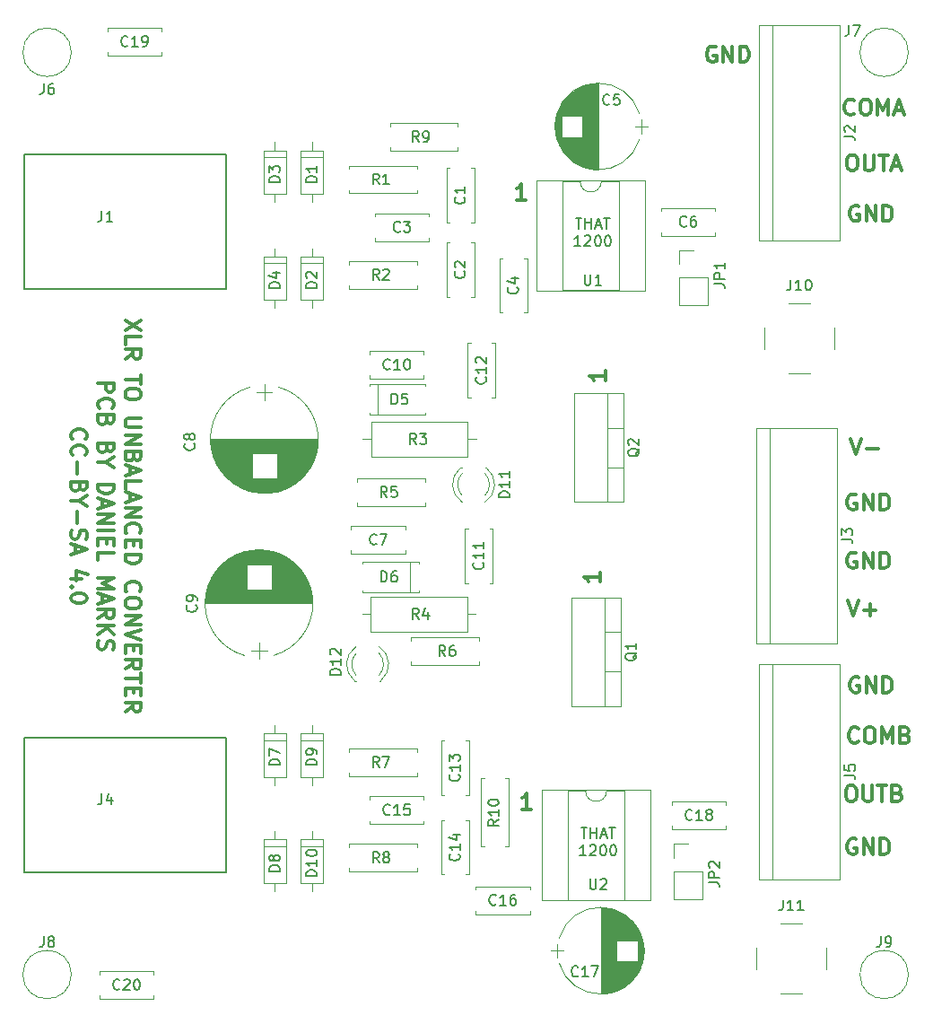
<source format=gbr>
G04 #@! TF.FileFunction,Legend,Top*
%FSLAX46Y46*%
G04 Gerber Fmt 4.6, Leading zero omitted, Abs format (unit mm)*
G04 Created by KiCad (PCBNEW 4.0.7) date 09/16/20 22:20:34*
%MOMM*%
%LPD*%
G01*
G04 APERTURE LIST*
%ADD10C,0.100000*%
%ADD11C,0.300000*%
%ADD12C,0.150000*%
%ADD13C,0.120000*%
%ADD14C,0.200000*%
G04 APERTURE END LIST*
D10*
D11*
X157178571Y-111071428D02*
X157178571Y-111928571D01*
X157178571Y-111499999D02*
X155678571Y-111499999D01*
X155892857Y-111642856D01*
X156035714Y-111785714D01*
X156107143Y-111928571D01*
X157678571Y-92071428D02*
X157678571Y-92928571D01*
X157678571Y-92499999D02*
X156178571Y-92499999D01*
X156392857Y-92642856D01*
X156535714Y-92785714D01*
X156607143Y-92928571D01*
X113871429Y-87250000D02*
X112371429Y-88250000D01*
X113871429Y-88250000D02*
X112371429Y-87250000D01*
X112371429Y-89535714D02*
X112371429Y-88821428D01*
X113871429Y-88821428D01*
X112371429Y-90892857D02*
X113085714Y-90392857D01*
X112371429Y-90035714D02*
X113871429Y-90035714D01*
X113871429Y-90607142D01*
X113800000Y-90750000D01*
X113728571Y-90821428D01*
X113585714Y-90892857D01*
X113371429Y-90892857D01*
X113228571Y-90821428D01*
X113157143Y-90750000D01*
X113085714Y-90607142D01*
X113085714Y-90035714D01*
X113871429Y-92464285D02*
X113871429Y-93321428D01*
X112371429Y-92892857D02*
X113871429Y-92892857D01*
X113871429Y-94107142D02*
X113871429Y-94392856D01*
X113800000Y-94535714D01*
X113657143Y-94678571D01*
X113371429Y-94749999D01*
X112871429Y-94749999D01*
X112585714Y-94678571D01*
X112442857Y-94535714D01*
X112371429Y-94392856D01*
X112371429Y-94107142D01*
X112442857Y-93964285D01*
X112585714Y-93821428D01*
X112871429Y-93749999D01*
X113371429Y-93749999D01*
X113657143Y-93821428D01*
X113800000Y-93964285D01*
X113871429Y-94107142D01*
X113871429Y-96535714D02*
X112657143Y-96535714D01*
X112514286Y-96607142D01*
X112442857Y-96678571D01*
X112371429Y-96821428D01*
X112371429Y-97107142D01*
X112442857Y-97250000D01*
X112514286Y-97321428D01*
X112657143Y-97392857D01*
X113871429Y-97392857D01*
X112371429Y-98107143D02*
X113871429Y-98107143D01*
X112371429Y-98964286D01*
X113871429Y-98964286D01*
X113157143Y-100178572D02*
X113085714Y-100392858D01*
X113014286Y-100464286D01*
X112871429Y-100535715D01*
X112657143Y-100535715D01*
X112514286Y-100464286D01*
X112442857Y-100392858D01*
X112371429Y-100250000D01*
X112371429Y-99678572D01*
X113871429Y-99678572D01*
X113871429Y-100178572D01*
X113800000Y-100321429D01*
X113728571Y-100392858D01*
X113585714Y-100464286D01*
X113442857Y-100464286D01*
X113300000Y-100392858D01*
X113228571Y-100321429D01*
X113157143Y-100178572D01*
X113157143Y-99678572D01*
X112800000Y-101107143D02*
X112800000Y-101821429D01*
X112371429Y-100964286D02*
X113871429Y-101464286D01*
X112371429Y-101964286D01*
X112371429Y-103178572D02*
X112371429Y-102464286D01*
X113871429Y-102464286D01*
X112800000Y-103607143D02*
X112800000Y-104321429D01*
X112371429Y-103464286D02*
X113871429Y-103964286D01*
X112371429Y-104464286D01*
X112371429Y-104964286D02*
X113871429Y-104964286D01*
X112371429Y-105821429D01*
X113871429Y-105821429D01*
X112514286Y-107392858D02*
X112442857Y-107321429D01*
X112371429Y-107107143D01*
X112371429Y-106964286D01*
X112442857Y-106750001D01*
X112585714Y-106607143D01*
X112728571Y-106535715D01*
X113014286Y-106464286D01*
X113228571Y-106464286D01*
X113514286Y-106535715D01*
X113657143Y-106607143D01*
X113800000Y-106750001D01*
X113871429Y-106964286D01*
X113871429Y-107107143D01*
X113800000Y-107321429D01*
X113728571Y-107392858D01*
X113157143Y-108035715D02*
X113157143Y-108535715D01*
X112371429Y-108750001D02*
X112371429Y-108035715D01*
X113871429Y-108035715D01*
X113871429Y-108750001D01*
X112371429Y-109392858D02*
X113871429Y-109392858D01*
X113871429Y-109750001D01*
X113800000Y-109964286D01*
X113657143Y-110107144D01*
X113514286Y-110178572D01*
X113228571Y-110250001D01*
X113014286Y-110250001D01*
X112728571Y-110178572D01*
X112585714Y-110107144D01*
X112442857Y-109964286D01*
X112371429Y-109750001D01*
X112371429Y-109392858D01*
X112514286Y-112892858D02*
X112442857Y-112821429D01*
X112371429Y-112607143D01*
X112371429Y-112464286D01*
X112442857Y-112250001D01*
X112585714Y-112107143D01*
X112728571Y-112035715D01*
X113014286Y-111964286D01*
X113228571Y-111964286D01*
X113514286Y-112035715D01*
X113657143Y-112107143D01*
X113800000Y-112250001D01*
X113871429Y-112464286D01*
X113871429Y-112607143D01*
X113800000Y-112821429D01*
X113728571Y-112892858D01*
X113871429Y-113821429D02*
X113871429Y-114107143D01*
X113800000Y-114250001D01*
X113657143Y-114392858D01*
X113371429Y-114464286D01*
X112871429Y-114464286D01*
X112585714Y-114392858D01*
X112442857Y-114250001D01*
X112371429Y-114107143D01*
X112371429Y-113821429D01*
X112442857Y-113678572D01*
X112585714Y-113535715D01*
X112871429Y-113464286D01*
X113371429Y-113464286D01*
X113657143Y-113535715D01*
X113800000Y-113678572D01*
X113871429Y-113821429D01*
X112371429Y-115107144D02*
X113871429Y-115107144D01*
X112371429Y-115964287D01*
X113871429Y-115964287D01*
X113871429Y-116464287D02*
X112371429Y-116964287D01*
X113871429Y-117464287D01*
X113157143Y-117964287D02*
X113157143Y-118464287D01*
X112371429Y-118678573D02*
X112371429Y-117964287D01*
X113871429Y-117964287D01*
X113871429Y-118678573D01*
X112371429Y-120178573D02*
X113085714Y-119678573D01*
X112371429Y-119321430D02*
X113871429Y-119321430D01*
X113871429Y-119892858D01*
X113800000Y-120035716D01*
X113728571Y-120107144D01*
X113585714Y-120178573D01*
X113371429Y-120178573D01*
X113228571Y-120107144D01*
X113157143Y-120035716D01*
X113085714Y-119892858D01*
X113085714Y-119321430D01*
X113871429Y-120607144D02*
X113871429Y-121464287D01*
X112371429Y-121035716D02*
X113871429Y-121035716D01*
X113157143Y-121964287D02*
X113157143Y-122464287D01*
X112371429Y-122678573D02*
X112371429Y-121964287D01*
X113871429Y-121964287D01*
X113871429Y-122678573D01*
X112371429Y-124178573D02*
X113085714Y-123678573D01*
X112371429Y-123321430D02*
X113871429Y-123321430D01*
X113871429Y-123892858D01*
X113800000Y-124035716D01*
X113728571Y-124107144D01*
X113585714Y-124178573D01*
X113371429Y-124178573D01*
X113228571Y-124107144D01*
X113157143Y-124035716D01*
X113085714Y-123892858D01*
X113085714Y-123321430D01*
X109821429Y-93214286D02*
X111321429Y-93214286D01*
X111321429Y-93785714D01*
X111250000Y-93928572D01*
X111178571Y-94000000D01*
X111035714Y-94071429D01*
X110821429Y-94071429D01*
X110678571Y-94000000D01*
X110607143Y-93928572D01*
X110535714Y-93785714D01*
X110535714Y-93214286D01*
X109964286Y-95571429D02*
X109892857Y-95500000D01*
X109821429Y-95285714D01*
X109821429Y-95142857D01*
X109892857Y-94928572D01*
X110035714Y-94785714D01*
X110178571Y-94714286D01*
X110464286Y-94642857D01*
X110678571Y-94642857D01*
X110964286Y-94714286D01*
X111107143Y-94785714D01*
X111250000Y-94928572D01*
X111321429Y-95142857D01*
X111321429Y-95285714D01*
X111250000Y-95500000D01*
X111178571Y-95571429D01*
X110607143Y-96714286D02*
X110535714Y-96928572D01*
X110464286Y-97000000D01*
X110321429Y-97071429D01*
X110107143Y-97071429D01*
X109964286Y-97000000D01*
X109892857Y-96928572D01*
X109821429Y-96785714D01*
X109821429Y-96214286D01*
X111321429Y-96214286D01*
X111321429Y-96714286D01*
X111250000Y-96857143D01*
X111178571Y-96928572D01*
X111035714Y-97000000D01*
X110892857Y-97000000D01*
X110750000Y-96928572D01*
X110678571Y-96857143D01*
X110607143Y-96714286D01*
X110607143Y-96214286D01*
X110607143Y-99357143D02*
X110535714Y-99571429D01*
X110464286Y-99642857D01*
X110321429Y-99714286D01*
X110107143Y-99714286D01*
X109964286Y-99642857D01*
X109892857Y-99571429D01*
X109821429Y-99428571D01*
X109821429Y-98857143D01*
X111321429Y-98857143D01*
X111321429Y-99357143D01*
X111250000Y-99500000D01*
X111178571Y-99571429D01*
X111035714Y-99642857D01*
X110892857Y-99642857D01*
X110750000Y-99571429D01*
X110678571Y-99500000D01*
X110607143Y-99357143D01*
X110607143Y-98857143D01*
X110535714Y-100642857D02*
X109821429Y-100642857D01*
X111321429Y-100142857D02*
X110535714Y-100642857D01*
X111321429Y-101142857D01*
X109821429Y-102785714D02*
X111321429Y-102785714D01*
X111321429Y-103142857D01*
X111250000Y-103357142D01*
X111107143Y-103500000D01*
X110964286Y-103571428D01*
X110678571Y-103642857D01*
X110464286Y-103642857D01*
X110178571Y-103571428D01*
X110035714Y-103500000D01*
X109892857Y-103357142D01*
X109821429Y-103142857D01*
X109821429Y-102785714D01*
X110250000Y-104214285D02*
X110250000Y-104928571D01*
X109821429Y-104071428D02*
X111321429Y-104571428D01*
X109821429Y-105071428D01*
X109821429Y-105571428D02*
X111321429Y-105571428D01*
X109821429Y-106428571D01*
X111321429Y-106428571D01*
X109821429Y-107142857D02*
X111321429Y-107142857D01*
X110607143Y-107857143D02*
X110607143Y-108357143D01*
X109821429Y-108571429D02*
X109821429Y-107857143D01*
X111321429Y-107857143D01*
X111321429Y-108571429D01*
X109821429Y-109928572D02*
X109821429Y-109214286D01*
X111321429Y-109214286D01*
X109821429Y-111571429D02*
X111321429Y-111571429D01*
X110250000Y-112071429D01*
X111321429Y-112571429D01*
X109821429Y-112571429D01*
X110250000Y-113214286D02*
X110250000Y-113928572D01*
X109821429Y-113071429D02*
X111321429Y-113571429D01*
X109821429Y-114071429D01*
X109821429Y-115428572D02*
X110535714Y-114928572D01*
X109821429Y-114571429D02*
X111321429Y-114571429D01*
X111321429Y-115142857D01*
X111250000Y-115285715D01*
X111178571Y-115357143D01*
X111035714Y-115428572D01*
X110821429Y-115428572D01*
X110678571Y-115357143D01*
X110607143Y-115285715D01*
X110535714Y-115142857D01*
X110535714Y-114571429D01*
X109821429Y-116071429D02*
X111321429Y-116071429D01*
X109821429Y-116928572D02*
X110678571Y-116285715D01*
X111321429Y-116928572D02*
X110464286Y-116071429D01*
X109892857Y-117500000D02*
X109821429Y-117714286D01*
X109821429Y-118071429D01*
X109892857Y-118214286D01*
X109964286Y-118285715D01*
X110107143Y-118357143D01*
X110250000Y-118357143D01*
X110392857Y-118285715D01*
X110464286Y-118214286D01*
X110535714Y-118071429D01*
X110607143Y-117785715D01*
X110678571Y-117642857D01*
X110750000Y-117571429D01*
X110892857Y-117500000D01*
X111035714Y-117500000D01*
X111178571Y-117571429D01*
X111250000Y-117642857D01*
X111321429Y-117785715D01*
X111321429Y-118142857D01*
X111250000Y-118357143D01*
X107414286Y-98500001D02*
X107342857Y-98428572D01*
X107271429Y-98214286D01*
X107271429Y-98071429D01*
X107342857Y-97857144D01*
X107485714Y-97714286D01*
X107628571Y-97642858D01*
X107914286Y-97571429D01*
X108128571Y-97571429D01*
X108414286Y-97642858D01*
X108557143Y-97714286D01*
X108700000Y-97857144D01*
X108771429Y-98071429D01*
X108771429Y-98214286D01*
X108700000Y-98428572D01*
X108628571Y-98500001D01*
X107414286Y-100000001D02*
X107342857Y-99928572D01*
X107271429Y-99714286D01*
X107271429Y-99571429D01*
X107342857Y-99357144D01*
X107485714Y-99214286D01*
X107628571Y-99142858D01*
X107914286Y-99071429D01*
X108128571Y-99071429D01*
X108414286Y-99142858D01*
X108557143Y-99214286D01*
X108700000Y-99357144D01*
X108771429Y-99571429D01*
X108771429Y-99714286D01*
X108700000Y-99928572D01*
X108628571Y-100000001D01*
X107842857Y-100642858D02*
X107842857Y-101785715D01*
X108057143Y-103000001D02*
X107985714Y-103214287D01*
X107914286Y-103285715D01*
X107771429Y-103357144D01*
X107557143Y-103357144D01*
X107414286Y-103285715D01*
X107342857Y-103214287D01*
X107271429Y-103071429D01*
X107271429Y-102500001D01*
X108771429Y-102500001D01*
X108771429Y-103000001D01*
X108700000Y-103142858D01*
X108628571Y-103214287D01*
X108485714Y-103285715D01*
X108342857Y-103285715D01*
X108200000Y-103214287D01*
X108128571Y-103142858D01*
X108057143Y-103000001D01*
X108057143Y-102500001D01*
X107985714Y-104285715D02*
X107271429Y-104285715D01*
X108771429Y-103785715D02*
X107985714Y-104285715D01*
X108771429Y-104785715D01*
X107842857Y-105285715D02*
X107842857Y-106428572D01*
X107342857Y-107071429D02*
X107271429Y-107285715D01*
X107271429Y-107642858D01*
X107342857Y-107785715D01*
X107414286Y-107857144D01*
X107557143Y-107928572D01*
X107700000Y-107928572D01*
X107842857Y-107857144D01*
X107914286Y-107785715D01*
X107985714Y-107642858D01*
X108057143Y-107357144D01*
X108128571Y-107214286D01*
X108200000Y-107142858D01*
X108342857Y-107071429D01*
X108485714Y-107071429D01*
X108628571Y-107142858D01*
X108700000Y-107214286D01*
X108771429Y-107357144D01*
X108771429Y-107714286D01*
X108700000Y-107928572D01*
X107700000Y-108500000D02*
X107700000Y-109214286D01*
X107271429Y-108357143D02*
X108771429Y-108857143D01*
X107271429Y-109357143D01*
X108271429Y-111642857D02*
X107271429Y-111642857D01*
X108842857Y-111285714D02*
X107771429Y-110928571D01*
X107771429Y-111857143D01*
X107414286Y-112428571D02*
X107342857Y-112499999D01*
X107271429Y-112428571D01*
X107342857Y-112357142D01*
X107414286Y-112428571D01*
X107271429Y-112428571D01*
X108771429Y-113428571D02*
X108771429Y-113571428D01*
X108700000Y-113714285D01*
X108628571Y-113785714D01*
X108485714Y-113857143D01*
X108200000Y-113928571D01*
X107842857Y-113928571D01*
X107557143Y-113857143D01*
X107414286Y-113785714D01*
X107342857Y-113714285D01*
X107271429Y-113571428D01*
X107271429Y-113428571D01*
X107342857Y-113285714D01*
X107414286Y-113214285D01*
X107557143Y-113142857D01*
X107842857Y-113071428D01*
X108200000Y-113071428D01*
X108485714Y-113142857D01*
X108628571Y-113214285D01*
X108700000Y-113285714D01*
X108771429Y-113428571D01*
D12*
X155380952Y-135127381D02*
X155952381Y-135127381D01*
X155666666Y-136127381D02*
X155666666Y-135127381D01*
X156285714Y-136127381D02*
X156285714Y-135127381D01*
X156285714Y-135603571D02*
X156857143Y-135603571D01*
X156857143Y-136127381D02*
X156857143Y-135127381D01*
X157285714Y-135841667D02*
X157761905Y-135841667D01*
X157190476Y-136127381D02*
X157523809Y-135127381D01*
X157857143Y-136127381D01*
X158047619Y-135127381D02*
X158619048Y-135127381D01*
X158333333Y-136127381D02*
X158333333Y-135127381D01*
X155857143Y-137777381D02*
X155285714Y-137777381D01*
X155571428Y-137777381D02*
X155571428Y-136777381D01*
X155476190Y-136920238D01*
X155380952Y-137015476D01*
X155285714Y-137063095D01*
X156238095Y-136872619D02*
X156285714Y-136825000D01*
X156380952Y-136777381D01*
X156619048Y-136777381D01*
X156714286Y-136825000D01*
X156761905Y-136872619D01*
X156809524Y-136967857D01*
X156809524Y-137063095D01*
X156761905Y-137205952D01*
X156190476Y-137777381D01*
X156809524Y-137777381D01*
X157428571Y-136777381D02*
X157523810Y-136777381D01*
X157619048Y-136825000D01*
X157666667Y-136872619D01*
X157714286Y-136967857D01*
X157761905Y-137158333D01*
X157761905Y-137396429D01*
X157714286Y-137586905D01*
X157666667Y-137682143D01*
X157619048Y-137729762D01*
X157523810Y-137777381D01*
X157428571Y-137777381D01*
X157333333Y-137729762D01*
X157285714Y-137682143D01*
X157238095Y-137586905D01*
X157190476Y-137396429D01*
X157190476Y-137158333D01*
X157238095Y-136967857D01*
X157285714Y-136872619D01*
X157333333Y-136825000D01*
X157428571Y-136777381D01*
X158380952Y-136777381D02*
X158476191Y-136777381D01*
X158571429Y-136825000D01*
X158619048Y-136872619D01*
X158666667Y-136967857D01*
X158714286Y-137158333D01*
X158714286Y-137396429D01*
X158666667Y-137586905D01*
X158619048Y-137682143D01*
X158571429Y-137729762D01*
X158476191Y-137777381D01*
X158380952Y-137777381D01*
X158285714Y-137729762D01*
X158238095Y-137682143D01*
X158190476Y-137586905D01*
X158142857Y-137396429D01*
X158142857Y-137158333D01*
X158190476Y-136967857D01*
X158238095Y-136872619D01*
X158285714Y-136825000D01*
X158380952Y-136777381D01*
X154880952Y-77627381D02*
X155452381Y-77627381D01*
X155166666Y-78627381D02*
X155166666Y-77627381D01*
X155785714Y-78627381D02*
X155785714Y-77627381D01*
X155785714Y-78103571D02*
X156357143Y-78103571D01*
X156357143Y-78627381D02*
X156357143Y-77627381D01*
X156785714Y-78341667D02*
X157261905Y-78341667D01*
X156690476Y-78627381D02*
X157023809Y-77627381D01*
X157357143Y-78627381D01*
X157547619Y-77627381D02*
X158119048Y-77627381D01*
X157833333Y-78627381D02*
X157833333Y-77627381D01*
X155357143Y-80277381D02*
X154785714Y-80277381D01*
X155071428Y-80277381D02*
X155071428Y-79277381D01*
X154976190Y-79420238D01*
X154880952Y-79515476D01*
X154785714Y-79563095D01*
X155738095Y-79372619D02*
X155785714Y-79325000D01*
X155880952Y-79277381D01*
X156119048Y-79277381D01*
X156214286Y-79325000D01*
X156261905Y-79372619D01*
X156309524Y-79467857D01*
X156309524Y-79563095D01*
X156261905Y-79705952D01*
X155690476Y-80277381D01*
X156309524Y-80277381D01*
X156928571Y-79277381D02*
X157023810Y-79277381D01*
X157119048Y-79325000D01*
X157166667Y-79372619D01*
X157214286Y-79467857D01*
X157261905Y-79658333D01*
X157261905Y-79896429D01*
X157214286Y-80086905D01*
X157166667Y-80182143D01*
X157119048Y-80229762D01*
X157023810Y-80277381D01*
X156928571Y-80277381D01*
X156833333Y-80229762D01*
X156785714Y-80182143D01*
X156738095Y-80086905D01*
X156690476Y-79896429D01*
X156690476Y-79658333D01*
X156738095Y-79467857D01*
X156785714Y-79372619D01*
X156833333Y-79325000D01*
X156928571Y-79277381D01*
X157880952Y-79277381D02*
X157976191Y-79277381D01*
X158071429Y-79325000D01*
X158119048Y-79372619D01*
X158166667Y-79467857D01*
X158214286Y-79658333D01*
X158214286Y-79896429D01*
X158166667Y-80086905D01*
X158119048Y-80182143D01*
X158071429Y-80229762D01*
X157976191Y-80277381D01*
X157880952Y-80277381D01*
X157785714Y-80229762D01*
X157738095Y-80182143D01*
X157690476Y-80086905D01*
X157642857Y-79896429D01*
X157642857Y-79658333D01*
X157690476Y-79467857D01*
X157738095Y-79372619D01*
X157785714Y-79325000D01*
X157880952Y-79277381D01*
D11*
X150678572Y-133428571D02*
X149821429Y-133428571D01*
X150250001Y-133428571D02*
X150250001Y-131928571D01*
X150107144Y-132142857D01*
X149964286Y-132285714D01*
X149821429Y-132357143D01*
X181607143Y-121000000D02*
X181464286Y-120928571D01*
X181250000Y-120928571D01*
X181035715Y-121000000D01*
X180892857Y-121142857D01*
X180821429Y-121285714D01*
X180750000Y-121571429D01*
X180750000Y-121785714D01*
X180821429Y-122071429D01*
X180892857Y-122214286D01*
X181035715Y-122357143D01*
X181250000Y-122428571D01*
X181392857Y-122428571D01*
X181607143Y-122357143D01*
X181678572Y-122285714D01*
X181678572Y-121785714D01*
X181392857Y-121785714D01*
X182321429Y-122428571D02*
X182321429Y-120928571D01*
X183178572Y-122428571D01*
X183178572Y-120928571D01*
X183892858Y-122428571D02*
X183892858Y-120928571D01*
X184250001Y-120928571D01*
X184464286Y-121000000D01*
X184607144Y-121142857D01*
X184678572Y-121285714D01*
X184750001Y-121571429D01*
X184750001Y-121785714D01*
X184678572Y-122071429D01*
X184607144Y-122214286D01*
X184464286Y-122357143D01*
X184250001Y-122428571D01*
X183892858Y-122428571D01*
X181571429Y-127035714D02*
X181500000Y-127107143D01*
X181285714Y-127178571D01*
X181142857Y-127178571D01*
X180928572Y-127107143D01*
X180785714Y-126964286D01*
X180714286Y-126821429D01*
X180642857Y-126535714D01*
X180642857Y-126321429D01*
X180714286Y-126035714D01*
X180785714Y-125892857D01*
X180928572Y-125750000D01*
X181142857Y-125678571D01*
X181285714Y-125678571D01*
X181500000Y-125750000D01*
X181571429Y-125821429D01*
X182500000Y-125678571D02*
X182785714Y-125678571D01*
X182928572Y-125750000D01*
X183071429Y-125892857D01*
X183142857Y-126178571D01*
X183142857Y-126678571D01*
X183071429Y-126964286D01*
X182928572Y-127107143D01*
X182785714Y-127178571D01*
X182500000Y-127178571D01*
X182357143Y-127107143D01*
X182214286Y-126964286D01*
X182142857Y-126678571D01*
X182142857Y-126178571D01*
X182214286Y-125892857D01*
X182357143Y-125750000D01*
X182500000Y-125678571D01*
X183785715Y-127178571D02*
X183785715Y-125678571D01*
X184285715Y-126750000D01*
X184785715Y-125678571D01*
X184785715Y-127178571D01*
X186000001Y-126392857D02*
X186214287Y-126464286D01*
X186285715Y-126535714D01*
X186357144Y-126678571D01*
X186357144Y-126892857D01*
X186285715Y-127035714D01*
X186214287Y-127107143D01*
X186071429Y-127178571D01*
X185500001Y-127178571D01*
X185500001Y-125678571D01*
X186000001Y-125678571D01*
X186142858Y-125750000D01*
X186214287Y-125821429D01*
X186285715Y-125964286D01*
X186285715Y-126107143D01*
X186214287Y-126250000D01*
X186142858Y-126321429D01*
X186000001Y-126392857D01*
X185500001Y-126392857D01*
X180750000Y-131178571D02*
X181035714Y-131178571D01*
X181178572Y-131250000D01*
X181321429Y-131392857D01*
X181392857Y-131678571D01*
X181392857Y-132178571D01*
X181321429Y-132464286D01*
X181178572Y-132607143D01*
X181035714Y-132678571D01*
X180750000Y-132678571D01*
X180607143Y-132607143D01*
X180464286Y-132464286D01*
X180392857Y-132178571D01*
X180392857Y-131678571D01*
X180464286Y-131392857D01*
X180607143Y-131250000D01*
X180750000Y-131178571D01*
X182035715Y-131178571D02*
X182035715Y-132392857D01*
X182107143Y-132535714D01*
X182178572Y-132607143D01*
X182321429Y-132678571D01*
X182607143Y-132678571D01*
X182750001Y-132607143D01*
X182821429Y-132535714D01*
X182892858Y-132392857D01*
X182892858Y-131178571D01*
X183392858Y-131178571D02*
X184250001Y-131178571D01*
X183821430Y-132678571D02*
X183821430Y-131178571D01*
X185250001Y-131892857D02*
X185464287Y-131964286D01*
X185535715Y-132035714D01*
X185607144Y-132178571D01*
X185607144Y-132392857D01*
X185535715Y-132535714D01*
X185464287Y-132607143D01*
X185321429Y-132678571D01*
X184750001Y-132678571D01*
X184750001Y-131178571D01*
X185250001Y-131178571D01*
X185392858Y-131250000D01*
X185464287Y-131321429D01*
X185535715Y-131464286D01*
X185535715Y-131607143D01*
X185464287Y-131750000D01*
X185392858Y-131821429D01*
X185250001Y-131892857D01*
X184750001Y-131892857D01*
X181357143Y-136250000D02*
X181214286Y-136178571D01*
X181000000Y-136178571D01*
X180785715Y-136250000D01*
X180642857Y-136392857D01*
X180571429Y-136535714D01*
X180500000Y-136821429D01*
X180500000Y-137035714D01*
X180571429Y-137321429D01*
X180642857Y-137464286D01*
X180785715Y-137607143D01*
X181000000Y-137678571D01*
X181142857Y-137678571D01*
X181357143Y-137607143D01*
X181428572Y-137535714D01*
X181428572Y-137035714D01*
X181142857Y-137035714D01*
X182071429Y-137678571D02*
X182071429Y-136178571D01*
X182928572Y-137678571D01*
X182928572Y-136178571D01*
X183642858Y-137678571D02*
X183642858Y-136178571D01*
X184000001Y-136178571D01*
X184214286Y-136250000D01*
X184357144Y-136392857D01*
X184428572Y-136535714D01*
X184500001Y-136821429D01*
X184500001Y-137035714D01*
X184428572Y-137321429D01*
X184357144Y-137464286D01*
X184214286Y-137607143D01*
X184000001Y-137678571D01*
X183642858Y-137678571D01*
X150178572Y-75928571D02*
X149321429Y-75928571D01*
X149750001Y-75928571D02*
X149750001Y-74428571D01*
X149607144Y-74642857D01*
X149464286Y-74785714D01*
X149321429Y-74857143D01*
X180571429Y-113678571D02*
X181071429Y-115178571D01*
X181571429Y-113678571D01*
X182071429Y-114607143D02*
X183214286Y-114607143D01*
X182642857Y-115178571D02*
X182642857Y-114035714D01*
X180821429Y-98428571D02*
X181321429Y-99928571D01*
X181821429Y-98428571D01*
X182321429Y-99357143D02*
X183464286Y-99357143D01*
X181357143Y-109250000D02*
X181214286Y-109178571D01*
X181000000Y-109178571D01*
X180785715Y-109250000D01*
X180642857Y-109392857D01*
X180571429Y-109535714D01*
X180500000Y-109821429D01*
X180500000Y-110035714D01*
X180571429Y-110321429D01*
X180642857Y-110464286D01*
X180785715Y-110607143D01*
X181000000Y-110678571D01*
X181142857Y-110678571D01*
X181357143Y-110607143D01*
X181428572Y-110535714D01*
X181428572Y-110035714D01*
X181142857Y-110035714D01*
X182071429Y-110678571D02*
X182071429Y-109178571D01*
X182928572Y-110678571D01*
X182928572Y-109178571D01*
X183642858Y-110678571D02*
X183642858Y-109178571D01*
X184000001Y-109178571D01*
X184214286Y-109250000D01*
X184357144Y-109392857D01*
X184428572Y-109535714D01*
X184500001Y-109821429D01*
X184500001Y-110035714D01*
X184428572Y-110321429D01*
X184357144Y-110464286D01*
X184214286Y-110607143D01*
X184000001Y-110678571D01*
X183642858Y-110678571D01*
X181357143Y-103750000D02*
X181214286Y-103678571D01*
X181000000Y-103678571D01*
X180785715Y-103750000D01*
X180642857Y-103892857D01*
X180571429Y-104035714D01*
X180500000Y-104321429D01*
X180500000Y-104535714D01*
X180571429Y-104821429D01*
X180642857Y-104964286D01*
X180785715Y-105107143D01*
X181000000Y-105178571D01*
X181142857Y-105178571D01*
X181357143Y-105107143D01*
X181428572Y-105035714D01*
X181428572Y-104535714D01*
X181142857Y-104535714D01*
X182071429Y-105178571D02*
X182071429Y-103678571D01*
X182928572Y-105178571D01*
X182928572Y-103678571D01*
X183642858Y-105178571D02*
X183642858Y-103678571D01*
X184000001Y-103678571D01*
X184214286Y-103750000D01*
X184357144Y-103892857D01*
X184428572Y-104035714D01*
X184500001Y-104321429D01*
X184500001Y-104535714D01*
X184428572Y-104821429D01*
X184357144Y-104964286D01*
X184214286Y-105107143D01*
X184000001Y-105178571D01*
X183642858Y-105178571D01*
X168107143Y-61500000D02*
X167964286Y-61428571D01*
X167750000Y-61428571D01*
X167535715Y-61500000D01*
X167392857Y-61642857D01*
X167321429Y-61785714D01*
X167250000Y-62071429D01*
X167250000Y-62285714D01*
X167321429Y-62571429D01*
X167392857Y-62714286D01*
X167535715Y-62857143D01*
X167750000Y-62928571D01*
X167892857Y-62928571D01*
X168107143Y-62857143D01*
X168178572Y-62785714D01*
X168178572Y-62285714D01*
X167892857Y-62285714D01*
X168821429Y-62928571D02*
X168821429Y-61428571D01*
X169678572Y-62928571D01*
X169678572Y-61428571D01*
X170392858Y-62928571D02*
X170392858Y-61428571D01*
X170750001Y-61428571D01*
X170964286Y-61500000D01*
X171107144Y-61642857D01*
X171178572Y-61785714D01*
X171250001Y-62071429D01*
X171250001Y-62285714D01*
X171178572Y-62571429D01*
X171107144Y-62714286D01*
X170964286Y-62857143D01*
X170750001Y-62928571D01*
X170392858Y-62928571D01*
X181607143Y-76500000D02*
X181464286Y-76428571D01*
X181250000Y-76428571D01*
X181035715Y-76500000D01*
X180892857Y-76642857D01*
X180821429Y-76785714D01*
X180750000Y-77071429D01*
X180750000Y-77285714D01*
X180821429Y-77571429D01*
X180892857Y-77714286D01*
X181035715Y-77857143D01*
X181250000Y-77928571D01*
X181392857Y-77928571D01*
X181607143Y-77857143D01*
X181678572Y-77785714D01*
X181678572Y-77285714D01*
X181392857Y-77285714D01*
X182321429Y-77928571D02*
X182321429Y-76428571D01*
X183178572Y-77928571D01*
X183178572Y-76428571D01*
X183892858Y-77928571D02*
X183892858Y-76428571D01*
X184250001Y-76428571D01*
X184464286Y-76500000D01*
X184607144Y-76642857D01*
X184678572Y-76785714D01*
X184750001Y-77071429D01*
X184750001Y-77285714D01*
X184678572Y-77571429D01*
X184607144Y-77714286D01*
X184464286Y-77857143D01*
X184250001Y-77928571D01*
X183892858Y-77928571D01*
X181178572Y-67785714D02*
X181107143Y-67857143D01*
X180892857Y-67928571D01*
X180750000Y-67928571D01*
X180535715Y-67857143D01*
X180392857Y-67714286D01*
X180321429Y-67571429D01*
X180250000Y-67285714D01*
X180250000Y-67071429D01*
X180321429Y-66785714D01*
X180392857Y-66642857D01*
X180535715Y-66500000D01*
X180750000Y-66428571D01*
X180892857Y-66428571D01*
X181107143Y-66500000D01*
X181178572Y-66571429D01*
X182107143Y-66428571D02*
X182392857Y-66428571D01*
X182535715Y-66500000D01*
X182678572Y-66642857D01*
X182750000Y-66928571D01*
X182750000Y-67428571D01*
X182678572Y-67714286D01*
X182535715Y-67857143D01*
X182392857Y-67928571D01*
X182107143Y-67928571D01*
X181964286Y-67857143D01*
X181821429Y-67714286D01*
X181750000Y-67428571D01*
X181750000Y-66928571D01*
X181821429Y-66642857D01*
X181964286Y-66500000D01*
X182107143Y-66428571D01*
X183392858Y-67928571D02*
X183392858Y-66428571D01*
X183892858Y-67500000D01*
X184392858Y-66428571D01*
X184392858Y-67928571D01*
X185035715Y-67500000D02*
X185750001Y-67500000D01*
X184892858Y-67928571D02*
X185392858Y-66428571D01*
X185892858Y-67928571D01*
X180857143Y-71678571D02*
X181142857Y-71678571D01*
X181285715Y-71750000D01*
X181428572Y-71892857D01*
X181500000Y-72178571D01*
X181500000Y-72678571D01*
X181428572Y-72964286D01*
X181285715Y-73107143D01*
X181142857Y-73178571D01*
X180857143Y-73178571D01*
X180714286Y-73107143D01*
X180571429Y-72964286D01*
X180500000Y-72678571D01*
X180500000Y-72178571D01*
X180571429Y-71892857D01*
X180714286Y-71750000D01*
X180857143Y-71678571D01*
X182142858Y-71678571D02*
X182142858Y-72892857D01*
X182214286Y-73035714D01*
X182285715Y-73107143D01*
X182428572Y-73178571D01*
X182714286Y-73178571D01*
X182857144Y-73107143D01*
X182928572Y-73035714D01*
X183000001Y-72892857D01*
X183000001Y-71678571D01*
X183500001Y-71678571D02*
X184357144Y-71678571D01*
X183928573Y-73178571D02*
X183928573Y-71678571D01*
X184785715Y-72750000D02*
X185500001Y-72750000D01*
X184642858Y-73178571D02*
X185142858Y-71678571D01*
X185642858Y-73178571D01*
D13*
X142690000Y-78060000D02*
X142690000Y-72940000D01*
X145310000Y-78060000D02*
X145310000Y-72940000D01*
X142690000Y-78060000D02*
X143004000Y-78060000D01*
X144996000Y-78060000D02*
X145310000Y-78060000D01*
X142690000Y-72940000D02*
X143004000Y-72940000D01*
X144996000Y-72940000D02*
X145310000Y-72940000D01*
X142690000Y-85060000D02*
X142690000Y-79940000D01*
X145310000Y-85060000D02*
X145310000Y-79940000D01*
X142690000Y-85060000D02*
X143004000Y-85060000D01*
X144996000Y-85060000D02*
X145310000Y-85060000D01*
X142690000Y-79940000D02*
X143004000Y-79940000D01*
X144996000Y-79940000D02*
X145310000Y-79940000D01*
X135940000Y-77190000D02*
X141060000Y-77190000D01*
X135940000Y-79810000D02*
X141060000Y-79810000D01*
X135940000Y-77190000D02*
X135940000Y-77504000D01*
X135940000Y-79496000D02*
X135940000Y-79810000D01*
X141060000Y-77190000D02*
X141060000Y-77504000D01*
X141060000Y-79496000D02*
X141060000Y-79810000D01*
X147690000Y-86560000D02*
X147690000Y-81440000D01*
X150310000Y-86560000D02*
X150310000Y-81440000D01*
X147690000Y-86560000D02*
X148004000Y-86560000D01*
X149996000Y-86560000D02*
X150310000Y-86560000D01*
X147690000Y-81440000D02*
X148004000Y-81440000D01*
X149996000Y-81440000D02*
X150310000Y-81440000D01*
X162940000Y-76690000D02*
X168060000Y-76690000D01*
X162940000Y-79310000D02*
X168060000Y-79310000D01*
X162940000Y-76690000D02*
X162940000Y-77004000D01*
X162940000Y-78996000D02*
X162940000Y-79310000D01*
X168060000Y-76690000D02*
X168060000Y-77004000D01*
X168060000Y-78996000D02*
X168060000Y-79310000D01*
X133690000Y-106690000D02*
X138810000Y-106690000D01*
X133690000Y-109310000D02*
X138810000Y-109310000D01*
X133690000Y-106690000D02*
X133690000Y-107004000D01*
X133690000Y-108996000D02*
X133690000Y-109310000D01*
X138810000Y-106690000D02*
X138810000Y-107004000D01*
X138810000Y-108996000D02*
X138810000Y-109310000D01*
X126883264Y-103398437D02*
G75*
G03X126880000Y-93600643I-1383264J4898437D01*
G01*
X124116736Y-103398437D02*
G75*
G02X124120000Y-93600643I1383264J4898437D01*
G01*
X124116736Y-103398437D02*
G75*
G03X126880000Y-103399357I1383264J4898437D01*
G01*
X130550000Y-98500000D02*
X120450000Y-98500000D01*
X130550000Y-98540000D02*
X120450000Y-98540000D01*
X130550000Y-98580000D02*
X120450000Y-98580000D01*
X130549000Y-98620000D02*
X120451000Y-98620000D01*
X130548000Y-98660000D02*
X120452000Y-98660000D01*
X130547000Y-98700000D02*
X120453000Y-98700000D01*
X130545000Y-98740000D02*
X120455000Y-98740000D01*
X130543000Y-98780000D02*
X120457000Y-98780000D01*
X130540000Y-98820000D02*
X120460000Y-98820000D01*
X130538000Y-98860000D02*
X120462000Y-98860000D01*
X130535000Y-98900000D02*
X120465000Y-98900000D01*
X130531000Y-98940000D02*
X120469000Y-98940000D01*
X130528000Y-98980000D02*
X120472000Y-98980000D01*
X130524000Y-99020000D02*
X120476000Y-99020000D01*
X130520000Y-99060000D02*
X120480000Y-99060000D01*
X130515000Y-99100000D02*
X120485000Y-99100000D01*
X130510000Y-99140000D02*
X120490000Y-99140000D01*
X130505000Y-99180000D02*
X120495000Y-99180000D01*
X130499000Y-99221000D02*
X120501000Y-99221000D01*
X130493000Y-99261000D02*
X120507000Y-99261000D01*
X130487000Y-99301000D02*
X120513000Y-99301000D01*
X130481000Y-99341000D02*
X120519000Y-99341000D01*
X130474000Y-99381000D02*
X120526000Y-99381000D01*
X130467000Y-99421000D02*
X120533000Y-99421000D01*
X130459000Y-99461000D02*
X120541000Y-99461000D01*
X130451000Y-99501000D02*
X120549000Y-99501000D01*
X130443000Y-99541000D02*
X120557000Y-99541000D01*
X130435000Y-99581000D02*
X120565000Y-99581000D01*
X130426000Y-99621000D02*
X120574000Y-99621000D01*
X130417000Y-99661000D02*
X120583000Y-99661000D01*
X130407000Y-99701000D02*
X120593000Y-99701000D01*
X130397000Y-99741000D02*
X120603000Y-99741000D01*
X130387000Y-99781000D02*
X120613000Y-99781000D01*
X130376000Y-99821000D02*
X126681000Y-99821000D01*
X124319000Y-99821000D02*
X120624000Y-99821000D01*
X130365000Y-99861000D02*
X126681000Y-99861000D01*
X124319000Y-99861000D02*
X120635000Y-99861000D01*
X130354000Y-99901000D02*
X126681000Y-99901000D01*
X124319000Y-99901000D02*
X120646000Y-99901000D01*
X130343000Y-99941000D02*
X126681000Y-99941000D01*
X124319000Y-99941000D02*
X120657000Y-99941000D01*
X130331000Y-99981000D02*
X126681000Y-99981000D01*
X124319000Y-99981000D02*
X120669000Y-99981000D01*
X130318000Y-100021000D02*
X126681000Y-100021000D01*
X124319000Y-100021000D02*
X120682000Y-100021000D01*
X130306000Y-100061000D02*
X126681000Y-100061000D01*
X124319000Y-100061000D02*
X120694000Y-100061000D01*
X130292000Y-100101000D02*
X126681000Y-100101000D01*
X124319000Y-100101000D02*
X120708000Y-100101000D01*
X130279000Y-100141000D02*
X126681000Y-100141000D01*
X124319000Y-100141000D02*
X120721000Y-100141000D01*
X130265000Y-100181000D02*
X126681000Y-100181000D01*
X124319000Y-100181000D02*
X120735000Y-100181000D01*
X130251000Y-100221000D02*
X126681000Y-100221000D01*
X124319000Y-100221000D02*
X120749000Y-100221000D01*
X130237000Y-100261000D02*
X126681000Y-100261000D01*
X124319000Y-100261000D02*
X120763000Y-100261000D01*
X130222000Y-100301000D02*
X126681000Y-100301000D01*
X124319000Y-100301000D02*
X120778000Y-100301000D01*
X130206000Y-100341000D02*
X126681000Y-100341000D01*
X124319000Y-100341000D02*
X120794000Y-100341000D01*
X130191000Y-100381000D02*
X126681000Y-100381000D01*
X124319000Y-100381000D02*
X120809000Y-100381000D01*
X130174000Y-100421000D02*
X126681000Y-100421000D01*
X124319000Y-100421000D02*
X120826000Y-100421000D01*
X130158000Y-100461000D02*
X126681000Y-100461000D01*
X124319000Y-100461000D02*
X120842000Y-100461000D01*
X130141000Y-100501000D02*
X126681000Y-100501000D01*
X124319000Y-100501000D02*
X120859000Y-100501000D01*
X130124000Y-100541000D02*
X126681000Y-100541000D01*
X124319000Y-100541000D02*
X120876000Y-100541000D01*
X130106000Y-100581000D02*
X126681000Y-100581000D01*
X124319000Y-100581000D02*
X120894000Y-100581000D01*
X130088000Y-100621000D02*
X126681000Y-100621000D01*
X124319000Y-100621000D02*
X120912000Y-100621000D01*
X130069000Y-100661000D02*
X126681000Y-100661000D01*
X124319000Y-100661000D02*
X120931000Y-100661000D01*
X130050000Y-100701000D02*
X126681000Y-100701000D01*
X124319000Y-100701000D02*
X120950000Y-100701000D01*
X130031000Y-100741000D02*
X126681000Y-100741000D01*
X124319000Y-100741000D02*
X120969000Y-100741000D01*
X130011000Y-100781000D02*
X126681000Y-100781000D01*
X124319000Y-100781000D02*
X120989000Y-100781000D01*
X129991000Y-100821000D02*
X126681000Y-100821000D01*
X124319000Y-100821000D02*
X121009000Y-100821000D01*
X129970000Y-100861000D02*
X126681000Y-100861000D01*
X124319000Y-100861000D02*
X121030000Y-100861000D01*
X129949000Y-100901000D02*
X126681000Y-100901000D01*
X124319000Y-100901000D02*
X121051000Y-100901000D01*
X129928000Y-100941000D02*
X126681000Y-100941000D01*
X124319000Y-100941000D02*
X121072000Y-100941000D01*
X129905000Y-100981000D02*
X126681000Y-100981000D01*
X124319000Y-100981000D02*
X121095000Y-100981000D01*
X129883000Y-101021000D02*
X126681000Y-101021000D01*
X124319000Y-101021000D02*
X121117000Y-101021000D01*
X129860000Y-101061000D02*
X126681000Y-101061000D01*
X124319000Y-101061000D02*
X121140000Y-101061000D01*
X129836000Y-101101000D02*
X126681000Y-101101000D01*
X124319000Y-101101000D02*
X121164000Y-101101000D01*
X129812000Y-101141000D02*
X126681000Y-101141000D01*
X124319000Y-101141000D02*
X121188000Y-101141000D01*
X129788000Y-101181000D02*
X126681000Y-101181000D01*
X124319000Y-101181000D02*
X121212000Y-101181000D01*
X129763000Y-101221000D02*
X126681000Y-101221000D01*
X124319000Y-101221000D02*
X121237000Y-101221000D01*
X129737000Y-101261000D02*
X126681000Y-101261000D01*
X124319000Y-101261000D02*
X121263000Y-101261000D01*
X129711000Y-101301000D02*
X126681000Y-101301000D01*
X124319000Y-101301000D02*
X121289000Y-101301000D01*
X129685000Y-101341000D02*
X126681000Y-101341000D01*
X124319000Y-101341000D02*
X121315000Y-101341000D01*
X129657000Y-101381000D02*
X126681000Y-101381000D01*
X124319000Y-101381000D02*
X121343000Y-101381000D01*
X129630000Y-101421000D02*
X126681000Y-101421000D01*
X124319000Y-101421000D02*
X121370000Y-101421000D01*
X129601000Y-101461000D02*
X126681000Y-101461000D01*
X124319000Y-101461000D02*
X121399000Y-101461000D01*
X129572000Y-101501000D02*
X126681000Y-101501000D01*
X124319000Y-101501000D02*
X121428000Y-101501000D01*
X129543000Y-101541000D02*
X126681000Y-101541000D01*
X124319000Y-101541000D02*
X121457000Y-101541000D01*
X129513000Y-101581000D02*
X126681000Y-101581000D01*
X124319000Y-101581000D02*
X121487000Y-101581000D01*
X129482000Y-101621000D02*
X126681000Y-101621000D01*
X124319000Y-101621000D02*
X121518000Y-101621000D01*
X129451000Y-101661000D02*
X126681000Y-101661000D01*
X124319000Y-101661000D02*
X121549000Y-101661000D01*
X129419000Y-101701000D02*
X126681000Y-101701000D01*
X124319000Y-101701000D02*
X121581000Y-101701000D01*
X129386000Y-101741000D02*
X126681000Y-101741000D01*
X124319000Y-101741000D02*
X121614000Y-101741000D01*
X129353000Y-101781000D02*
X126681000Y-101781000D01*
X124319000Y-101781000D02*
X121647000Y-101781000D01*
X129319000Y-101821000D02*
X126681000Y-101821000D01*
X124319000Y-101821000D02*
X121681000Y-101821000D01*
X129284000Y-101861000D02*
X126681000Y-101861000D01*
X124319000Y-101861000D02*
X121716000Y-101861000D01*
X129248000Y-101901000D02*
X126681000Y-101901000D01*
X124319000Y-101901000D02*
X121752000Y-101901000D01*
X129212000Y-101941000D02*
X126681000Y-101941000D01*
X124319000Y-101941000D02*
X121788000Y-101941000D01*
X129175000Y-101981000D02*
X126681000Y-101981000D01*
X124319000Y-101981000D02*
X121825000Y-101981000D01*
X129137000Y-102021000D02*
X126681000Y-102021000D01*
X124319000Y-102021000D02*
X121863000Y-102021000D01*
X129098000Y-102061000D02*
X126681000Y-102061000D01*
X124319000Y-102061000D02*
X121902000Y-102061000D01*
X129059000Y-102101000D02*
X126681000Y-102101000D01*
X124319000Y-102101000D02*
X121941000Y-102101000D01*
X129018000Y-102141000D02*
X126681000Y-102141000D01*
X124319000Y-102141000D02*
X121982000Y-102141000D01*
X128977000Y-102181000D02*
X122023000Y-102181000D01*
X128935000Y-102221000D02*
X122065000Y-102221000D01*
X128891000Y-102261000D02*
X122109000Y-102261000D01*
X128847000Y-102301000D02*
X122153000Y-102301000D01*
X128802000Y-102341000D02*
X122198000Y-102341000D01*
X128755000Y-102381000D02*
X122245000Y-102381000D01*
X128707000Y-102421000D02*
X122293000Y-102421000D01*
X128658000Y-102461000D02*
X122342000Y-102461000D01*
X128608000Y-102501000D02*
X122392000Y-102501000D01*
X128557000Y-102541000D02*
X122443000Y-102541000D01*
X128504000Y-102581000D02*
X122496000Y-102581000D01*
X128449000Y-102621000D02*
X122551000Y-102621000D01*
X128394000Y-102661000D02*
X122606000Y-102661000D01*
X128336000Y-102701000D02*
X122664000Y-102701000D01*
X128277000Y-102741000D02*
X122723000Y-102741000D01*
X128215000Y-102781000D02*
X122785000Y-102781000D01*
X128152000Y-102821000D02*
X122848000Y-102821000D01*
X128087000Y-102861000D02*
X122913000Y-102861000D01*
X128019000Y-102901000D02*
X122981000Y-102901000D01*
X127949000Y-102941000D02*
X123051000Y-102941000D01*
X127877000Y-102981000D02*
X123123000Y-102981000D01*
X127801000Y-103021000D02*
X123199000Y-103021000D01*
X127722000Y-103061000D02*
X123278000Y-103061000D01*
X127640000Y-103101000D02*
X123360000Y-103101000D01*
X127553000Y-103141000D02*
X123447000Y-103141000D01*
X127462000Y-103181000D02*
X123538000Y-103181000D01*
X127366000Y-103221000D02*
X123634000Y-103221000D01*
X127263000Y-103261000D02*
X123737000Y-103261000D01*
X127154000Y-103301000D02*
X123846000Y-103301000D01*
X127036000Y-103341000D02*
X123964000Y-103341000D01*
X126907000Y-103381000D02*
X124093000Y-103381000D01*
X126765000Y-103421000D02*
X124235000Y-103421000D01*
X126604000Y-103461000D02*
X124396000Y-103461000D01*
X126413000Y-103501000D02*
X124587000Y-103501000D01*
X126172000Y-103541000D02*
X124828000Y-103541000D01*
X125779000Y-103581000D02*
X125221000Y-103581000D01*
X125500000Y-93300000D02*
X125500000Y-94800000D01*
X126250000Y-94050000D02*
X124750000Y-94050000D01*
X123616736Y-109101563D02*
G75*
G03X123620000Y-118899357I1383264J-4898437D01*
G01*
X126383264Y-109101563D02*
G75*
G02X126380000Y-118899357I-1383264J-4898437D01*
G01*
X126383264Y-109101563D02*
G75*
G03X123620000Y-109100643I-1383264J-4898437D01*
G01*
X119950000Y-114000000D02*
X130050000Y-114000000D01*
X119950000Y-113960000D02*
X130050000Y-113960000D01*
X119950000Y-113920000D02*
X130050000Y-113920000D01*
X119951000Y-113880000D02*
X130049000Y-113880000D01*
X119952000Y-113840000D02*
X130048000Y-113840000D01*
X119953000Y-113800000D02*
X130047000Y-113800000D01*
X119955000Y-113760000D02*
X130045000Y-113760000D01*
X119957000Y-113720000D02*
X130043000Y-113720000D01*
X119960000Y-113680000D02*
X130040000Y-113680000D01*
X119962000Y-113640000D02*
X130038000Y-113640000D01*
X119965000Y-113600000D02*
X130035000Y-113600000D01*
X119969000Y-113560000D02*
X130031000Y-113560000D01*
X119972000Y-113520000D02*
X130028000Y-113520000D01*
X119976000Y-113480000D02*
X130024000Y-113480000D01*
X119980000Y-113440000D02*
X130020000Y-113440000D01*
X119985000Y-113400000D02*
X130015000Y-113400000D01*
X119990000Y-113360000D02*
X130010000Y-113360000D01*
X119995000Y-113320000D02*
X130005000Y-113320000D01*
X120001000Y-113279000D02*
X129999000Y-113279000D01*
X120007000Y-113239000D02*
X129993000Y-113239000D01*
X120013000Y-113199000D02*
X129987000Y-113199000D01*
X120019000Y-113159000D02*
X129981000Y-113159000D01*
X120026000Y-113119000D02*
X129974000Y-113119000D01*
X120033000Y-113079000D02*
X129967000Y-113079000D01*
X120041000Y-113039000D02*
X129959000Y-113039000D01*
X120049000Y-112999000D02*
X129951000Y-112999000D01*
X120057000Y-112959000D02*
X129943000Y-112959000D01*
X120065000Y-112919000D02*
X129935000Y-112919000D01*
X120074000Y-112879000D02*
X129926000Y-112879000D01*
X120083000Y-112839000D02*
X129917000Y-112839000D01*
X120093000Y-112799000D02*
X129907000Y-112799000D01*
X120103000Y-112759000D02*
X129897000Y-112759000D01*
X120113000Y-112719000D02*
X129887000Y-112719000D01*
X120124000Y-112679000D02*
X123819000Y-112679000D01*
X126181000Y-112679000D02*
X129876000Y-112679000D01*
X120135000Y-112639000D02*
X123819000Y-112639000D01*
X126181000Y-112639000D02*
X129865000Y-112639000D01*
X120146000Y-112599000D02*
X123819000Y-112599000D01*
X126181000Y-112599000D02*
X129854000Y-112599000D01*
X120157000Y-112559000D02*
X123819000Y-112559000D01*
X126181000Y-112559000D02*
X129843000Y-112559000D01*
X120169000Y-112519000D02*
X123819000Y-112519000D01*
X126181000Y-112519000D02*
X129831000Y-112519000D01*
X120182000Y-112479000D02*
X123819000Y-112479000D01*
X126181000Y-112479000D02*
X129818000Y-112479000D01*
X120194000Y-112439000D02*
X123819000Y-112439000D01*
X126181000Y-112439000D02*
X129806000Y-112439000D01*
X120208000Y-112399000D02*
X123819000Y-112399000D01*
X126181000Y-112399000D02*
X129792000Y-112399000D01*
X120221000Y-112359000D02*
X123819000Y-112359000D01*
X126181000Y-112359000D02*
X129779000Y-112359000D01*
X120235000Y-112319000D02*
X123819000Y-112319000D01*
X126181000Y-112319000D02*
X129765000Y-112319000D01*
X120249000Y-112279000D02*
X123819000Y-112279000D01*
X126181000Y-112279000D02*
X129751000Y-112279000D01*
X120263000Y-112239000D02*
X123819000Y-112239000D01*
X126181000Y-112239000D02*
X129737000Y-112239000D01*
X120278000Y-112199000D02*
X123819000Y-112199000D01*
X126181000Y-112199000D02*
X129722000Y-112199000D01*
X120294000Y-112159000D02*
X123819000Y-112159000D01*
X126181000Y-112159000D02*
X129706000Y-112159000D01*
X120309000Y-112119000D02*
X123819000Y-112119000D01*
X126181000Y-112119000D02*
X129691000Y-112119000D01*
X120326000Y-112079000D02*
X123819000Y-112079000D01*
X126181000Y-112079000D02*
X129674000Y-112079000D01*
X120342000Y-112039000D02*
X123819000Y-112039000D01*
X126181000Y-112039000D02*
X129658000Y-112039000D01*
X120359000Y-111999000D02*
X123819000Y-111999000D01*
X126181000Y-111999000D02*
X129641000Y-111999000D01*
X120376000Y-111959000D02*
X123819000Y-111959000D01*
X126181000Y-111959000D02*
X129624000Y-111959000D01*
X120394000Y-111919000D02*
X123819000Y-111919000D01*
X126181000Y-111919000D02*
X129606000Y-111919000D01*
X120412000Y-111879000D02*
X123819000Y-111879000D01*
X126181000Y-111879000D02*
X129588000Y-111879000D01*
X120431000Y-111839000D02*
X123819000Y-111839000D01*
X126181000Y-111839000D02*
X129569000Y-111839000D01*
X120450000Y-111799000D02*
X123819000Y-111799000D01*
X126181000Y-111799000D02*
X129550000Y-111799000D01*
X120469000Y-111759000D02*
X123819000Y-111759000D01*
X126181000Y-111759000D02*
X129531000Y-111759000D01*
X120489000Y-111719000D02*
X123819000Y-111719000D01*
X126181000Y-111719000D02*
X129511000Y-111719000D01*
X120509000Y-111679000D02*
X123819000Y-111679000D01*
X126181000Y-111679000D02*
X129491000Y-111679000D01*
X120530000Y-111639000D02*
X123819000Y-111639000D01*
X126181000Y-111639000D02*
X129470000Y-111639000D01*
X120551000Y-111599000D02*
X123819000Y-111599000D01*
X126181000Y-111599000D02*
X129449000Y-111599000D01*
X120572000Y-111559000D02*
X123819000Y-111559000D01*
X126181000Y-111559000D02*
X129428000Y-111559000D01*
X120595000Y-111519000D02*
X123819000Y-111519000D01*
X126181000Y-111519000D02*
X129405000Y-111519000D01*
X120617000Y-111479000D02*
X123819000Y-111479000D01*
X126181000Y-111479000D02*
X129383000Y-111479000D01*
X120640000Y-111439000D02*
X123819000Y-111439000D01*
X126181000Y-111439000D02*
X129360000Y-111439000D01*
X120664000Y-111399000D02*
X123819000Y-111399000D01*
X126181000Y-111399000D02*
X129336000Y-111399000D01*
X120688000Y-111359000D02*
X123819000Y-111359000D01*
X126181000Y-111359000D02*
X129312000Y-111359000D01*
X120712000Y-111319000D02*
X123819000Y-111319000D01*
X126181000Y-111319000D02*
X129288000Y-111319000D01*
X120737000Y-111279000D02*
X123819000Y-111279000D01*
X126181000Y-111279000D02*
X129263000Y-111279000D01*
X120763000Y-111239000D02*
X123819000Y-111239000D01*
X126181000Y-111239000D02*
X129237000Y-111239000D01*
X120789000Y-111199000D02*
X123819000Y-111199000D01*
X126181000Y-111199000D02*
X129211000Y-111199000D01*
X120815000Y-111159000D02*
X123819000Y-111159000D01*
X126181000Y-111159000D02*
X129185000Y-111159000D01*
X120843000Y-111119000D02*
X123819000Y-111119000D01*
X126181000Y-111119000D02*
X129157000Y-111119000D01*
X120870000Y-111079000D02*
X123819000Y-111079000D01*
X126181000Y-111079000D02*
X129130000Y-111079000D01*
X120899000Y-111039000D02*
X123819000Y-111039000D01*
X126181000Y-111039000D02*
X129101000Y-111039000D01*
X120928000Y-110999000D02*
X123819000Y-110999000D01*
X126181000Y-110999000D02*
X129072000Y-110999000D01*
X120957000Y-110959000D02*
X123819000Y-110959000D01*
X126181000Y-110959000D02*
X129043000Y-110959000D01*
X120987000Y-110919000D02*
X123819000Y-110919000D01*
X126181000Y-110919000D02*
X129013000Y-110919000D01*
X121018000Y-110879000D02*
X123819000Y-110879000D01*
X126181000Y-110879000D02*
X128982000Y-110879000D01*
X121049000Y-110839000D02*
X123819000Y-110839000D01*
X126181000Y-110839000D02*
X128951000Y-110839000D01*
X121081000Y-110799000D02*
X123819000Y-110799000D01*
X126181000Y-110799000D02*
X128919000Y-110799000D01*
X121114000Y-110759000D02*
X123819000Y-110759000D01*
X126181000Y-110759000D02*
X128886000Y-110759000D01*
X121147000Y-110719000D02*
X123819000Y-110719000D01*
X126181000Y-110719000D02*
X128853000Y-110719000D01*
X121181000Y-110679000D02*
X123819000Y-110679000D01*
X126181000Y-110679000D02*
X128819000Y-110679000D01*
X121216000Y-110639000D02*
X123819000Y-110639000D01*
X126181000Y-110639000D02*
X128784000Y-110639000D01*
X121252000Y-110599000D02*
X123819000Y-110599000D01*
X126181000Y-110599000D02*
X128748000Y-110599000D01*
X121288000Y-110559000D02*
X123819000Y-110559000D01*
X126181000Y-110559000D02*
X128712000Y-110559000D01*
X121325000Y-110519000D02*
X123819000Y-110519000D01*
X126181000Y-110519000D02*
X128675000Y-110519000D01*
X121363000Y-110479000D02*
X123819000Y-110479000D01*
X126181000Y-110479000D02*
X128637000Y-110479000D01*
X121402000Y-110439000D02*
X123819000Y-110439000D01*
X126181000Y-110439000D02*
X128598000Y-110439000D01*
X121441000Y-110399000D02*
X123819000Y-110399000D01*
X126181000Y-110399000D02*
X128559000Y-110399000D01*
X121482000Y-110359000D02*
X123819000Y-110359000D01*
X126181000Y-110359000D02*
X128518000Y-110359000D01*
X121523000Y-110319000D02*
X128477000Y-110319000D01*
X121565000Y-110279000D02*
X128435000Y-110279000D01*
X121609000Y-110239000D02*
X128391000Y-110239000D01*
X121653000Y-110199000D02*
X128347000Y-110199000D01*
X121698000Y-110159000D02*
X128302000Y-110159000D01*
X121745000Y-110119000D02*
X128255000Y-110119000D01*
X121793000Y-110079000D02*
X128207000Y-110079000D01*
X121842000Y-110039000D02*
X128158000Y-110039000D01*
X121892000Y-109999000D02*
X128108000Y-109999000D01*
X121943000Y-109959000D02*
X128057000Y-109959000D01*
X121996000Y-109919000D02*
X128004000Y-109919000D01*
X122051000Y-109879000D02*
X127949000Y-109879000D01*
X122106000Y-109839000D02*
X127894000Y-109839000D01*
X122164000Y-109799000D02*
X127836000Y-109799000D01*
X122223000Y-109759000D02*
X127777000Y-109759000D01*
X122285000Y-109719000D02*
X127715000Y-109719000D01*
X122348000Y-109679000D02*
X127652000Y-109679000D01*
X122413000Y-109639000D02*
X127587000Y-109639000D01*
X122481000Y-109599000D02*
X127519000Y-109599000D01*
X122551000Y-109559000D02*
X127449000Y-109559000D01*
X122623000Y-109519000D02*
X127377000Y-109519000D01*
X122699000Y-109479000D02*
X127301000Y-109479000D01*
X122778000Y-109439000D02*
X127222000Y-109439000D01*
X122860000Y-109399000D02*
X127140000Y-109399000D01*
X122947000Y-109359000D02*
X127053000Y-109359000D01*
X123038000Y-109319000D02*
X126962000Y-109319000D01*
X123134000Y-109279000D02*
X126866000Y-109279000D01*
X123237000Y-109239000D02*
X126763000Y-109239000D01*
X123346000Y-109199000D02*
X126654000Y-109199000D01*
X123464000Y-109159000D02*
X126536000Y-109159000D01*
X123593000Y-109119000D02*
X126407000Y-109119000D01*
X123735000Y-109079000D02*
X126265000Y-109079000D01*
X123896000Y-109039000D02*
X126104000Y-109039000D01*
X124087000Y-108999000D02*
X125913000Y-108999000D01*
X124328000Y-108959000D02*
X125672000Y-108959000D01*
X124721000Y-108919000D02*
X125279000Y-108919000D01*
X125000000Y-119200000D02*
X125000000Y-117700000D01*
X124250000Y-118450000D02*
X125750000Y-118450000D01*
X131060000Y-71250000D02*
X128940000Y-71250000D01*
X128940000Y-71250000D02*
X128940000Y-75370000D01*
X128940000Y-75370000D02*
X131060000Y-75370000D01*
X131060000Y-75370000D02*
X131060000Y-71250000D01*
X130000000Y-70480000D02*
X130000000Y-71250000D01*
X130000000Y-76140000D02*
X130000000Y-75370000D01*
X131060000Y-71910000D02*
X128940000Y-71910000D01*
X131060000Y-81250000D02*
X128940000Y-81250000D01*
X128940000Y-81250000D02*
X128940000Y-85370000D01*
X128940000Y-85370000D02*
X131060000Y-85370000D01*
X131060000Y-85370000D02*
X131060000Y-81250000D01*
X130000000Y-80480000D02*
X130000000Y-81250000D01*
X130000000Y-86140000D02*
X130000000Y-85370000D01*
X131060000Y-81910000D02*
X128940000Y-81910000D01*
X127560000Y-71250000D02*
X125440000Y-71250000D01*
X125440000Y-71250000D02*
X125440000Y-75370000D01*
X125440000Y-75370000D02*
X127560000Y-75370000D01*
X127560000Y-75370000D02*
X127560000Y-71250000D01*
X126500000Y-70480000D02*
X126500000Y-71250000D01*
X126500000Y-76140000D02*
X126500000Y-75370000D01*
X127560000Y-71910000D02*
X125440000Y-71910000D01*
X127560000Y-81250000D02*
X125440000Y-81250000D01*
X125440000Y-81250000D02*
X125440000Y-85370000D01*
X125440000Y-85370000D02*
X127560000Y-85370000D01*
X127560000Y-85370000D02*
X127560000Y-81250000D01*
X126500000Y-80480000D02*
X126500000Y-81250000D01*
X126500000Y-86140000D02*
X126500000Y-85370000D01*
X127560000Y-81910000D02*
X125440000Y-81910000D01*
X135400000Y-93470000D02*
X135400000Y-93340000D01*
X135400000Y-93340000D02*
X140720000Y-93340000D01*
X140720000Y-93340000D02*
X140720000Y-93470000D01*
X135400000Y-96030000D02*
X135400000Y-96160000D01*
X135400000Y-96160000D02*
X140720000Y-96160000D01*
X140720000Y-96160000D02*
X140720000Y-96030000D01*
X136240000Y-93340000D02*
X136240000Y-96160000D01*
X140100000Y-112780000D02*
X140100000Y-112910000D01*
X140100000Y-112910000D02*
X134780000Y-112910000D01*
X134780000Y-112910000D02*
X134780000Y-112780000D01*
X140100000Y-110220000D02*
X140100000Y-110090000D01*
X140100000Y-110090000D02*
X134780000Y-110090000D01*
X134780000Y-110090000D02*
X134780000Y-110220000D01*
X139260000Y-112910000D02*
X139260000Y-110090000D01*
X179810000Y-59460000D02*
X172190000Y-59460000D01*
X172190000Y-79780000D02*
X179810000Y-79780000D01*
X173460000Y-79780000D02*
X173460000Y-59460000D01*
X179810000Y-59460000D02*
X179810000Y-79780000D01*
X172190000Y-59460000D02*
X172190000Y-79780000D01*
X179560000Y-97460000D02*
X171940000Y-97460000D01*
X171940000Y-117780000D02*
X179560000Y-117780000D01*
X173210000Y-117780000D02*
X173210000Y-97460000D01*
X179560000Y-97460000D02*
X179560000Y-117780000D01*
X171940000Y-97460000D02*
X171940000Y-117780000D01*
X164670000Y-85870000D02*
X167330000Y-85870000D01*
X164670000Y-83270000D02*
X164670000Y-85870000D01*
X167330000Y-83270000D02*
X167330000Y-85870000D01*
X164670000Y-83270000D02*
X167330000Y-83270000D01*
X164670000Y-82000000D02*
X164670000Y-80670000D01*
X164670000Y-80670000D02*
X166000000Y-80670000D01*
X159120000Y-113420000D02*
X159120000Y-123660000D01*
X154479000Y-113420000D02*
X154479000Y-123660000D01*
X159120000Y-113420000D02*
X154479000Y-113420000D01*
X159120000Y-123660000D02*
X154479000Y-123660000D01*
X157610000Y-113420000D02*
X157610000Y-123660000D01*
X159120000Y-116690000D02*
X157610000Y-116690000D01*
X159120000Y-120391000D02*
X157610000Y-120391000D01*
X139900000Y-74980000D02*
X139900000Y-75310000D01*
X139900000Y-75310000D02*
X133480000Y-75310000D01*
X133480000Y-75310000D02*
X133480000Y-74980000D01*
X139900000Y-73020000D02*
X139900000Y-72690000D01*
X139900000Y-72690000D02*
X133480000Y-72690000D01*
X133480000Y-72690000D02*
X133480000Y-73020000D01*
X139900000Y-83980000D02*
X139900000Y-84310000D01*
X139900000Y-84310000D02*
X133480000Y-84310000D01*
X133480000Y-84310000D02*
X133480000Y-83980000D01*
X139900000Y-82020000D02*
X139900000Y-81690000D01*
X139900000Y-81690000D02*
X133480000Y-81690000D01*
X133480000Y-81690000D02*
X133480000Y-82020000D01*
X144710000Y-100160000D02*
X144710000Y-96840000D01*
X144710000Y-96840000D02*
X135590000Y-96840000D01*
X135590000Y-96840000D02*
X135590000Y-100160000D01*
X135590000Y-100160000D02*
X144710000Y-100160000D01*
X145520000Y-98500000D02*
X144710000Y-98500000D01*
X134780000Y-98500000D02*
X135590000Y-98500000D01*
X135540000Y-113340000D02*
X135540000Y-116660000D01*
X135540000Y-116660000D02*
X144660000Y-116660000D01*
X144660000Y-116660000D02*
X144660000Y-113340000D01*
X144660000Y-113340000D02*
X135540000Y-113340000D01*
X134730000Y-115000000D02*
X135540000Y-115000000D01*
X145470000Y-115000000D02*
X144660000Y-115000000D01*
X157310000Y-74170000D02*
G75*
G02X155310000Y-74170000I-1000000J0D01*
G01*
X155310000Y-74170000D02*
X153660000Y-74170000D01*
X153660000Y-74170000D02*
X153660000Y-84450000D01*
X153660000Y-84450000D02*
X158960000Y-84450000D01*
X158960000Y-84450000D02*
X158960000Y-74170000D01*
X158960000Y-74170000D02*
X157310000Y-74170000D01*
X151170000Y-74110000D02*
X151170000Y-84510000D01*
X151170000Y-84510000D02*
X161450000Y-84510000D01*
X161450000Y-84510000D02*
X161450000Y-74110000D01*
X161450000Y-74110000D02*
X151170000Y-74110000D01*
X140560000Y-92810000D02*
X135440000Y-92810000D01*
X140560000Y-90190000D02*
X135440000Y-90190000D01*
X140560000Y-92810000D02*
X140560000Y-92496000D01*
X140560000Y-90504000D02*
X140560000Y-90190000D01*
X135440000Y-92810000D02*
X135440000Y-92496000D01*
X135440000Y-90504000D02*
X135440000Y-90190000D01*
X140650000Y-104480000D02*
X140650000Y-104810000D01*
X140650000Y-104810000D02*
X134230000Y-104810000D01*
X134230000Y-104810000D02*
X134230000Y-104480000D01*
X140650000Y-102520000D02*
X140650000Y-102190000D01*
X140650000Y-102190000D02*
X134230000Y-102190000D01*
X134230000Y-102190000D02*
X134230000Y-102520000D01*
X139350000Y-117520000D02*
X139350000Y-117190000D01*
X139350000Y-117190000D02*
X145770000Y-117190000D01*
X145770000Y-117190000D02*
X145770000Y-117520000D01*
X139350000Y-119480000D02*
X139350000Y-119810000D01*
X139350000Y-119810000D02*
X145770000Y-119810000D01*
X145770000Y-119810000D02*
X145770000Y-119480000D01*
X147060000Y-106940000D02*
X147060000Y-112060000D01*
X144440000Y-106940000D02*
X144440000Y-112060000D01*
X147060000Y-106940000D02*
X146746000Y-106940000D01*
X144754000Y-106940000D02*
X144440000Y-106940000D01*
X147060000Y-112060000D02*
X146746000Y-112060000D01*
X144754000Y-112060000D02*
X144440000Y-112060000D01*
X144690000Y-94560000D02*
X144690000Y-89440000D01*
X147310000Y-94560000D02*
X147310000Y-89440000D01*
X144690000Y-94560000D02*
X145004000Y-94560000D01*
X146996000Y-94560000D02*
X147310000Y-94560000D01*
X144690000Y-89440000D02*
X145004000Y-89440000D01*
X146996000Y-89440000D02*
X147310000Y-89440000D01*
X159370000Y-94170000D02*
X159370000Y-104410000D01*
X154729000Y-94170000D02*
X154729000Y-104410000D01*
X159370000Y-94170000D02*
X154729000Y-94170000D01*
X159370000Y-104410000D02*
X154729000Y-104410000D01*
X157860000Y-94170000D02*
X157860000Y-104410000D01*
X159370000Y-97440000D02*
X157860000Y-97440000D01*
X159370000Y-101141000D02*
X157860000Y-101141000D01*
X142190000Y-132060000D02*
X142190000Y-126940000D01*
X144810000Y-132060000D02*
X144810000Y-126940000D01*
X142190000Y-132060000D02*
X142504000Y-132060000D01*
X144496000Y-132060000D02*
X144810000Y-132060000D01*
X142190000Y-126940000D02*
X142504000Y-126940000D01*
X144496000Y-126940000D02*
X144810000Y-126940000D01*
X142190000Y-139560000D02*
X142190000Y-134440000D01*
X144810000Y-139560000D02*
X144810000Y-134440000D01*
X142190000Y-139560000D02*
X142504000Y-139560000D01*
X144496000Y-139560000D02*
X144810000Y-139560000D01*
X142190000Y-134440000D02*
X142504000Y-134440000D01*
X144496000Y-134440000D02*
X144810000Y-134440000D01*
X135440000Y-132190000D02*
X140560000Y-132190000D01*
X135440000Y-134810000D02*
X140560000Y-134810000D01*
X135440000Y-132190000D02*
X135440000Y-132504000D01*
X135440000Y-134496000D02*
X135440000Y-134810000D01*
X140560000Y-132190000D02*
X140560000Y-132504000D01*
X140560000Y-134496000D02*
X140560000Y-134810000D01*
X145440000Y-140690000D02*
X150560000Y-140690000D01*
X145440000Y-143310000D02*
X150560000Y-143310000D01*
X145440000Y-140690000D02*
X145440000Y-141004000D01*
X145440000Y-142996000D02*
X145440000Y-143310000D01*
X150560000Y-140690000D02*
X150560000Y-141004000D01*
X150560000Y-142996000D02*
X150560000Y-143310000D01*
X163940000Y-132690000D02*
X169060000Y-132690000D01*
X163940000Y-135310000D02*
X169060000Y-135310000D01*
X163940000Y-132690000D02*
X163940000Y-133004000D01*
X163940000Y-134996000D02*
X163940000Y-135310000D01*
X169060000Y-132690000D02*
X169060000Y-133004000D01*
X169060000Y-134996000D02*
X169060000Y-135310000D01*
X127560000Y-126250000D02*
X125440000Y-126250000D01*
X125440000Y-126250000D02*
X125440000Y-130370000D01*
X125440000Y-130370000D02*
X127560000Y-130370000D01*
X127560000Y-130370000D02*
X127560000Y-126250000D01*
X126500000Y-125480000D02*
X126500000Y-126250000D01*
X126500000Y-131140000D02*
X126500000Y-130370000D01*
X127560000Y-126910000D02*
X125440000Y-126910000D01*
X127560000Y-136250000D02*
X125440000Y-136250000D01*
X125440000Y-136250000D02*
X125440000Y-140370000D01*
X125440000Y-140370000D02*
X127560000Y-140370000D01*
X127560000Y-140370000D02*
X127560000Y-136250000D01*
X126500000Y-135480000D02*
X126500000Y-136250000D01*
X126500000Y-141140000D02*
X126500000Y-140370000D01*
X127560000Y-136910000D02*
X125440000Y-136910000D01*
X131060000Y-126250000D02*
X128940000Y-126250000D01*
X128940000Y-126250000D02*
X128940000Y-130370000D01*
X128940000Y-130370000D02*
X131060000Y-130370000D01*
X131060000Y-130370000D02*
X131060000Y-126250000D01*
X130000000Y-125480000D02*
X130000000Y-126250000D01*
X130000000Y-131140000D02*
X130000000Y-130370000D01*
X131060000Y-126910000D02*
X128940000Y-126910000D01*
X131060000Y-136250000D02*
X128940000Y-136250000D01*
X128940000Y-136250000D02*
X128940000Y-140370000D01*
X128940000Y-140370000D02*
X131060000Y-140370000D01*
X131060000Y-140370000D02*
X131060000Y-136250000D01*
X130000000Y-135480000D02*
X130000000Y-136250000D01*
X130000000Y-141140000D02*
X130000000Y-140370000D01*
X131060000Y-136910000D02*
X128940000Y-136910000D01*
X179810000Y-119710000D02*
X172190000Y-119710000D01*
X172190000Y-140030000D02*
X179810000Y-140030000D01*
X173460000Y-140030000D02*
X173460000Y-119710000D01*
X179810000Y-119710000D02*
X179810000Y-140030000D01*
X172190000Y-119710000D02*
X172190000Y-140030000D01*
X164170000Y-141870000D02*
X166830000Y-141870000D01*
X164170000Y-139270000D02*
X164170000Y-141870000D01*
X166830000Y-139270000D02*
X166830000Y-141870000D01*
X164170000Y-139270000D02*
X166830000Y-139270000D01*
X164170000Y-138000000D02*
X164170000Y-136670000D01*
X164170000Y-136670000D02*
X165500000Y-136670000D01*
X139900000Y-129980000D02*
X139900000Y-130310000D01*
X139900000Y-130310000D02*
X133480000Y-130310000D01*
X133480000Y-130310000D02*
X133480000Y-129980000D01*
X139900000Y-128020000D02*
X139900000Y-127690000D01*
X139900000Y-127690000D02*
X133480000Y-127690000D01*
X133480000Y-127690000D02*
X133480000Y-128020000D01*
X139900000Y-138980000D02*
X139900000Y-139310000D01*
X139900000Y-139310000D02*
X133480000Y-139310000D01*
X133480000Y-139310000D02*
X133480000Y-138980000D01*
X139900000Y-137020000D02*
X139900000Y-136690000D01*
X139900000Y-136690000D02*
X133480000Y-136690000D01*
X133480000Y-136690000D02*
X133480000Y-137020000D01*
X157810000Y-131670000D02*
G75*
G02X155810000Y-131670000I-1000000J0D01*
G01*
X155810000Y-131670000D02*
X154160000Y-131670000D01*
X154160000Y-131670000D02*
X154160000Y-141950000D01*
X154160000Y-141950000D02*
X159460000Y-141950000D01*
X159460000Y-141950000D02*
X159460000Y-131670000D01*
X159460000Y-131670000D02*
X157810000Y-131670000D01*
X151670000Y-131610000D02*
X151670000Y-142010000D01*
X151670000Y-142010000D02*
X161950000Y-142010000D01*
X161950000Y-142010000D02*
X161950000Y-131610000D01*
X161950000Y-131610000D02*
X151670000Y-131610000D01*
X107286000Y-62000000D02*
G75*
G03X107286000Y-62000000I-2286000J0D01*
G01*
X186286000Y-62000000D02*
G75*
G03X186286000Y-62000000I-2286000J0D01*
G01*
X107286000Y-149000000D02*
G75*
G03X107286000Y-149000000I-2286000J0D01*
G01*
X186286000Y-149000000D02*
G75*
G03X186286000Y-149000000I-2286000J0D01*
G01*
X175000000Y-85700000D02*
X177000000Y-85700000D01*
X175000000Y-92300000D02*
X177000000Y-92300000D01*
X179300000Y-88000000D02*
X179300000Y-90000000D01*
X172700000Y-88000000D02*
X172700000Y-90000000D01*
X174250000Y-144200000D02*
X176250000Y-144200000D01*
X174250000Y-150800000D02*
X176250000Y-150800000D01*
X178550000Y-146500000D02*
X178550000Y-148500000D01*
X171950000Y-146500000D02*
X171950000Y-148500000D01*
D14*
X102880000Y-84350000D02*
X121930000Y-84350000D01*
X121930000Y-84350000D02*
X121930000Y-71650000D01*
X121930000Y-71650000D02*
X102880000Y-71650000D01*
X102880000Y-71650000D02*
X102880000Y-84350000D01*
X102880000Y-139350000D02*
X121930000Y-139350000D01*
X121930000Y-139350000D02*
X121930000Y-126650000D01*
X121930000Y-126650000D02*
X102880000Y-126650000D01*
X102880000Y-126650000D02*
X102880000Y-139350000D01*
D13*
X153083149Y-70177445D02*
G75*
G03X160916082Y-70180000I3916851J1177445D01*
G01*
X153083149Y-67822555D02*
G75*
G02X160916082Y-67820000I3916851J-1177445D01*
G01*
X153083149Y-67822555D02*
G75*
G03X153083918Y-70180000I3916851J-1177445D01*
G01*
X157000000Y-73050000D02*
X157000000Y-64950000D01*
X156960000Y-73050000D02*
X156960000Y-64950000D01*
X156920000Y-73050000D02*
X156920000Y-64950000D01*
X156880000Y-73049000D02*
X156880000Y-64951000D01*
X156840000Y-73047000D02*
X156840000Y-64953000D01*
X156800000Y-73046000D02*
X156800000Y-64954000D01*
X156760000Y-73043000D02*
X156760000Y-64957000D01*
X156720000Y-73041000D02*
X156720000Y-64959000D01*
X156680000Y-73038000D02*
X156680000Y-64962000D01*
X156640000Y-73035000D02*
X156640000Y-64965000D01*
X156600000Y-73031000D02*
X156600000Y-64969000D01*
X156560000Y-73027000D02*
X156560000Y-64973000D01*
X156520000Y-73022000D02*
X156520000Y-64978000D01*
X156480000Y-73017000D02*
X156480000Y-64983000D01*
X156440000Y-73012000D02*
X156440000Y-64988000D01*
X156400000Y-73006000D02*
X156400000Y-64994000D01*
X156360000Y-73000000D02*
X156360000Y-65000000D01*
X156320000Y-72994000D02*
X156320000Y-65006000D01*
X156279000Y-72987000D02*
X156279000Y-65013000D01*
X156239000Y-72979000D02*
X156239000Y-65021000D01*
X156199000Y-72971000D02*
X156199000Y-65029000D01*
X156159000Y-72963000D02*
X156159000Y-65037000D01*
X156119000Y-72955000D02*
X156119000Y-65045000D01*
X156079000Y-72946000D02*
X156079000Y-65054000D01*
X156039000Y-72936000D02*
X156039000Y-65064000D01*
X155999000Y-72926000D02*
X155999000Y-65074000D01*
X155959000Y-72916000D02*
X155959000Y-65084000D01*
X155919000Y-72905000D02*
X155919000Y-65095000D01*
X155879000Y-72894000D02*
X155879000Y-65106000D01*
X155839000Y-72883000D02*
X155839000Y-65117000D01*
X155799000Y-72870000D02*
X155799000Y-65130000D01*
X155759000Y-72858000D02*
X155759000Y-65142000D01*
X155719000Y-72845000D02*
X155719000Y-65155000D01*
X155679000Y-72832000D02*
X155679000Y-65168000D01*
X155639000Y-72818000D02*
X155639000Y-65182000D01*
X155599000Y-72803000D02*
X155599000Y-65197000D01*
X155559000Y-72789000D02*
X155559000Y-65211000D01*
X155519000Y-72773000D02*
X155519000Y-65227000D01*
X155479000Y-72758000D02*
X155479000Y-69980000D01*
X155479000Y-68020000D02*
X155479000Y-65242000D01*
X155439000Y-72741000D02*
X155439000Y-69980000D01*
X155439000Y-68020000D02*
X155439000Y-65259000D01*
X155399000Y-72725000D02*
X155399000Y-69980000D01*
X155399000Y-68020000D02*
X155399000Y-65275000D01*
X155359000Y-72707000D02*
X155359000Y-69980000D01*
X155359000Y-68020000D02*
X155359000Y-65293000D01*
X155319000Y-72690000D02*
X155319000Y-69980000D01*
X155319000Y-68020000D02*
X155319000Y-65310000D01*
X155279000Y-72671000D02*
X155279000Y-69980000D01*
X155279000Y-68020000D02*
X155279000Y-65329000D01*
X155239000Y-72652000D02*
X155239000Y-69980000D01*
X155239000Y-68020000D02*
X155239000Y-65348000D01*
X155199000Y-72633000D02*
X155199000Y-69980000D01*
X155199000Y-68020000D02*
X155199000Y-65367000D01*
X155159000Y-72613000D02*
X155159000Y-69980000D01*
X155159000Y-68020000D02*
X155159000Y-65387000D01*
X155119000Y-72593000D02*
X155119000Y-69980000D01*
X155119000Y-68020000D02*
X155119000Y-65407000D01*
X155079000Y-72572000D02*
X155079000Y-69980000D01*
X155079000Y-68020000D02*
X155079000Y-65428000D01*
X155039000Y-72550000D02*
X155039000Y-69980000D01*
X155039000Y-68020000D02*
X155039000Y-65450000D01*
X154999000Y-72528000D02*
X154999000Y-69980000D01*
X154999000Y-68020000D02*
X154999000Y-65472000D01*
X154959000Y-72505000D02*
X154959000Y-69980000D01*
X154959000Y-68020000D02*
X154959000Y-65495000D01*
X154919000Y-72482000D02*
X154919000Y-69980000D01*
X154919000Y-68020000D02*
X154919000Y-65518000D01*
X154879000Y-72458000D02*
X154879000Y-69980000D01*
X154879000Y-68020000D02*
X154879000Y-65542000D01*
X154839000Y-72434000D02*
X154839000Y-69980000D01*
X154839000Y-68020000D02*
X154839000Y-65566000D01*
X154799000Y-72408000D02*
X154799000Y-69980000D01*
X154799000Y-68020000D02*
X154799000Y-65592000D01*
X154759000Y-72383000D02*
X154759000Y-69980000D01*
X154759000Y-68020000D02*
X154759000Y-65617000D01*
X154719000Y-72356000D02*
X154719000Y-69980000D01*
X154719000Y-68020000D02*
X154719000Y-65644000D01*
X154679000Y-72329000D02*
X154679000Y-69980000D01*
X154679000Y-68020000D02*
X154679000Y-65671000D01*
X154639000Y-72301000D02*
X154639000Y-69980000D01*
X154639000Y-68020000D02*
X154639000Y-65699000D01*
X154599000Y-72272000D02*
X154599000Y-69980000D01*
X154599000Y-68020000D02*
X154599000Y-65728000D01*
X154559000Y-72243000D02*
X154559000Y-69980000D01*
X154559000Y-68020000D02*
X154559000Y-65757000D01*
X154519000Y-72213000D02*
X154519000Y-69980000D01*
X154519000Y-68020000D02*
X154519000Y-65787000D01*
X154479000Y-72182000D02*
X154479000Y-69980000D01*
X154479000Y-68020000D02*
X154479000Y-65818000D01*
X154439000Y-72150000D02*
X154439000Y-69980000D01*
X154439000Y-68020000D02*
X154439000Y-65850000D01*
X154399000Y-72118000D02*
X154399000Y-69980000D01*
X154399000Y-68020000D02*
X154399000Y-65882000D01*
X154359000Y-72084000D02*
X154359000Y-69980000D01*
X154359000Y-68020000D02*
X154359000Y-65916000D01*
X154319000Y-72050000D02*
X154319000Y-69980000D01*
X154319000Y-68020000D02*
X154319000Y-65950000D01*
X154279000Y-72015000D02*
X154279000Y-69980000D01*
X154279000Y-68020000D02*
X154279000Y-65985000D01*
X154239000Y-71979000D02*
X154239000Y-69980000D01*
X154239000Y-68020000D02*
X154239000Y-66021000D01*
X154199000Y-71942000D02*
X154199000Y-69980000D01*
X154199000Y-68020000D02*
X154199000Y-66058000D01*
X154159000Y-71904000D02*
X154159000Y-69980000D01*
X154159000Y-68020000D02*
X154159000Y-66096000D01*
X154119000Y-71865000D02*
X154119000Y-69980000D01*
X154119000Y-68020000D02*
X154119000Y-66135000D01*
X154079000Y-71824000D02*
X154079000Y-69980000D01*
X154079000Y-68020000D02*
X154079000Y-66176000D01*
X154039000Y-71783000D02*
X154039000Y-69980000D01*
X154039000Y-68020000D02*
X154039000Y-66217000D01*
X153999000Y-71740000D02*
X153999000Y-69980000D01*
X153999000Y-68020000D02*
X153999000Y-66260000D01*
X153959000Y-71697000D02*
X153959000Y-69980000D01*
X153959000Y-68020000D02*
X153959000Y-66303000D01*
X153919000Y-71652000D02*
X153919000Y-69980000D01*
X153919000Y-68020000D02*
X153919000Y-66348000D01*
X153879000Y-71605000D02*
X153879000Y-69980000D01*
X153879000Y-68020000D02*
X153879000Y-66395000D01*
X153839000Y-71557000D02*
X153839000Y-69980000D01*
X153839000Y-68020000D02*
X153839000Y-66443000D01*
X153799000Y-71508000D02*
X153799000Y-69980000D01*
X153799000Y-68020000D02*
X153799000Y-66492000D01*
X153759000Y-71457000D02*
X153759000Y-69980000D01*
X153759000Y-68020000D02*
X153759000Y-66543000D01*
X153719000Y-71404000D02*
X153719000Y-69980000D01*
X153719000Y-68020000D02*
X153719000Y-66596000D01*
X153679000Y-71349000D02*
X153679000Y-69980000D01*
X153679000Y-68020000D02*
X153679000Y-66651000D01*
X153639000Y-71293000D02*
X153639000Y-69980000D01*
X153639000Y-68020000D02*
X153639000Y-66707000D01*
X153599000Y-71234000D02*
X153599000Y-69980000D01*
X153599000Y-68020000D02*
X153599000Y-66766000D01*
X153559000Y-71173000D02*
X153559000Y-69980000D01*
X153559000Y-68020000D02*
X153559000Y-66827000D01*
X153519000Y-71109000D02*
X153519000Y-66891000D01*
X153479000Y-71043000D02*
X153479000Y-66957000D01*
X153439000Y-70974000D02*
X153439000Y-67026000D01*
X153399000Y-70902000D02*
X153399000Y-67098000D01*
X153359000Y-70826000D02*
X153359000Y-67174000D01*
X153319000Y-70745000D02*
X153319000Y-67255000D01*
X153279000Y-70660000D02*
X153279000Y-67340000D01*
X153239000Y-70570000D02*
X153239000Y-67430000D01*
X153199000Y-70473000D02*
X153199000Y-67527000D01*
X153159000Y-70369000D02*
X153159000Y-67631000D01*
X153119000Y-70254000D02*
X153119000Y-67746000D01*
X153079000Y-70127000D02*
X153079000Y-67873000D01*
X153039000Y-69983000D02*
X153039000Y-68017000D01*
X152999000Y-69814000D02*
X152999000Y-68186000D01*
X152959000Y-69598000D02*
X152959000Y-68402000D01*
X152919000Y-69246000D02*
X152919000Y-68754000D01*
X161700000Y-69000000D02*
X160500000Y-69000000D01*
X161100000Y-69650000D02*
X161100000Y-68350000D01*
X161166851Y-145572555D02*
G75*
G03X153333918Y-145570000I-3916851J-1177445D01*
G01*
X161166851Y-147927445D02*
G75*
G02X153333918Y-147930000I-3916851J1177445D01*
G01*
X161166851Y-147927445D02*
G75*
G03X161166082Y-145570000I-3916851J1177445D01*
G01*
X157250000Y-142700000D02*
X157250000Y-150800000D01*
X157290000Y-142700000D02*
X157290000Y-150800000D01*
X157330000Y-142700000D02*
X157330000Y-150800000D01*
X157370000Y-142701000D02*
X157370000Y-150799000D01*
X157410000Y-142703000D02*
X157410000Y-150797000D01*
X157450000Y-142704000D02*
X157450000Y-150796000D01*
X157490000Y-142707000D02*
X157490000Y-150793000D01*
X157530000Y-142709000D02*
X157530000Y-150791000D01*
X157570000Y-142712000D02*
X157570000Y-150788000D01*
X157610000Y-142715000D02*
X157610000Y-150785000D01*
X157650000Y-142719000D02*
X157650000Y-150781000D01*
X157690000Y-142723000D02*
X157690000Y-150777000D01*
X157730000Y-142728000D02*
X157730000Y-150772000D01*
X157770000Y-142733000D02*
X157770000Y-150767000D01*
X157810000Y-142738000D02*
X157810000Y-150762000D01*
X157850000Y-142744000D02*
X157850000Y-150756000D01*
X157890000Y-142750000D02*
X157890000Y-150750000D01*
X157930000Y-142756000D02*
X157930000Y-150744000D01*
X157971000Y-142763000D02*
X157971000Y-150737000D01*
X158011000Y-142771000D02*
X158011000Y-150729000D01*
X158051000Y-142779000D02*
X158051000Y-150721000D01*
X158091000Y-142787000D02*
X158091000Y-150713000D01*
X158131000Y-142795000D02*
X158131000Y-150705000D01*
X158171000Y-142804000D02*
X158171000Y-150696000D01*
X158211000Y-142814000D02*
X158211000Y-150686000D01*
X158251000Y-142824000D02*
X158251000Y-150676000D01*
X158291000Y-142834000D02*
X158291000Y-150666000D01*
X158331000Y-142845000D02*
X158331000Y-150655000D01*
X158371000Y-142856000D02*
X158371000Y-150644000D01*
X158411000Y-142867000D02*
X158411000Y-150633000D01*
X158451000Y-142880000D02*
X158451000Y-150620000D01*
X158491000Y-142892000D02*
X158491000Y-150608000D01*
X158531000Y-142905000D02*
X158531000Y-150595000D01*
X158571000Y-142918000D02*
X158571000Y-150582000D01*
X158611000Y-142932000D02*
X158611000Y-150568000D01*
X158651000Y-142947000D02*
X158651000Y-150553000D01*
X158691000Y-142961000D02*
X158691000Y-150539000D01*
X158731000Y-142977000D02*
X158731000Y-150523000D01*
X158771000Y-142992000D02*
X158771000Y-145770000D01*
X158771000Y-147730000D02*
X158771000Y-150508000D01*
X158811000Y-143009000D02*
X158811000Y-145770000D01*
X158811000Y-147730000D02*
X158811000Y-150491000D01*
X158851000Y-143025000D02*
X158851000Y-145770000D01*
X158851000Y-147730000D02*
X158851000Y-150475000D01*
X158891000Y-143043000D02*
X158891000Y-145770000D01*
X158891000Y-147730000D02*
X158891000Y-150457000D01*
X158931000Y-143060000D02*
X158931000Y-145770000D01*
X158931000Y-147730000D02*
X158931000Y-150440000D01*
X158971000Y-143079000D02*
X158971000Y-145770000D01*
X158971000Y-147730000D02*
X158971000Y-150421000D01*
X159011000Y-143098000D02*
X159011000Y-145770000D01*
X159011000Y-147730000D02*
X159011000Y-150402000D01*
X159051000Y-143117000D02*
X159051000Y-145770000D01*
X159051000Y-147730000D02*
X159051000Y-150383000D01*
X159091000Y-143137000D02*
X159091000Y-145770000D01*
X159091000Y-147730000D02*
X159091000Y-150363000D01*
X159131000Y-143157000D02*
X159131000Y-145770000D01*
X159131000Y-147730000D02*
X159131000Y-150343000D01*
X159171000Y-143178000D02*
X159171000Y-145770000D01*
X159171000Y-147730000D02*
X159171000Y-150322000D01*
X159211000Y-143200000D02*
X159211000Y-145770000D01*
X159211000Y-147730000D02*
X159211000Y-150300000D01*
X159251000Y-143222000D02*
X159251000Y-145770000D01*
X159251000Y-147730000D02*
X159251000Y-150278000D01*
X159291000Y-143245000D02*
X159291000Y-145770000D01*
X159291000Y-147730000D02*
X159291000Y-150255000D01*
X159331000Y-143268000D02*
X159331000Y-145770000D01*
X159331000Y-147730000D02*
X159331000Y-150232000D01*
X159371000Y-143292000D02*
X159371000Y-145770000D01*
X159371000Y-147730000D02*
X159371000Y-150208000D01*
X159411000Y-143316000D02*
X159411000Y-145770000D01*
X159411000Y-147730000D02*
X159411000Y-150184000D01*
X159451000Y-143342000D02*
X159451000Y-145770000D01*
X159451000Y-147730000D02*
X159451000Y-150158000D01*
X159491000Y-143367000D02*
X159491000Y-145770000D01*
X159491000Y-147730000D02*
X159491000Y-150133000D01*
X159531000Y-143394000D02*
X159531000Y-145770000D01*
X159531000Y-147730000D02*
X159531000Y-150106000D01*
X159571000Y-143421000D02*
X159571000Y-145770000D01*
X159571000Y-147730000D02*
X159571000Y-150079000D01*
X159611000Y-143449000D02*
X159611000Y-145770000D01*
X159611000Y-147730000D02*
X159611000Y-150051000D01*
X159651000Y-143478000D02*
X159651000Y-145770000D01*
X159651000Y-147730000D02*
X159651000Y-150022000D01*
X159691000Y-143507000D02*
X159691000Y-145770000D01*
X159691000Y-147730000D02*
X159691000Y-149993000D01*
X159731000Y-143537000D02*
X159731000Y-145770000D01*
X159731000Y-147730000D02*
X159731000Y-149963000D01*
X159771000Y-143568000D02*
X159771000Y-145770000D01*
X159771000Y-147730000D02*
X159771000Y-149932000D01*
X159811000Y-143600000D02*
X159811000Y-145770000D01*
X159811000Y-147730000D02*
X159811000Y-149900000D01*
X159851000Y-143632000D02*
X159851000Y-145770000D01*
X159851000Y-147730000D02*
X159851000Y-149868000D01*
X159891000Y-143666000D02*
X159891000Y-145770000D01*
X159891000Y-147730000D02*
X159891000Y-149834000D01*
X159931000Y-143700000D02*
X159931000Y-145770000D01*
X159931000Y-147730000D02*
X159931000Y-149800000D01*
X159971000Y-143735000D02*
X159971000Y-145770000D01*
X159971000Y-147730000D02*
X159971000Y-149765000D01*
X160011000Y-143771000D02*
X160011000Y-145770000D01*
X160011000Y-147730000D02*
X160011000Y-149729000D01*
X160051000Y-143808000D02*
X160051000Y-145770000D01*
X160051000Y-147730000D02*
X160051000Y-149692000D01*
X160091000Y-143846000D02*
X160091000Y-145770000D01*
X160091000Y-147730000D02*
X160091000Y-149654000D01*
X160131000Y-143885000D02*
X160131000Y-145770000D01*
X160131000Y-147730000D02*
X160131000Y-149615000D01*
X160171000Y-143926000D02*
X160171000Y-145770000D01*
X160171000Y-147730000D02*
X160171000Y-149574000D01*
X160211000Y-143967000D02*
X160211000Y-145770000D01*
X160211000Y-147730000D02*
X160211000Y-149533000D01*
X160251000Y-144010000D02*
X160251000Y-145770000D01*
X160251000Y-147730000D02*
X160251000Y-149490000D01*
X160291000Y-144053000D02*
X160291000Y-145770000D01*
X160291000Y-147730000D02*
X160291000Y-149447000D01*
X160331000Y-144098000D02*
X160331000Y-145770000D01*
X160331000Y-147730000D02*
X160331000Y-149402000D01*
X160371000Y-144145000D02*
X160371000Y-145770000D01*
X160371000Y-147730000D02*
X160371000Y-149355000D01*
X160411000Y-144193000D02*
X160411000Y-145770000D01*
X160411000Y-147730000D02*
X160411000Y-149307000D01*
X160451000Y-144242000D02*
X160451000Y-145770000D01*
X160451000Y-147730000D02*
X160451000Y-149258000D01*
X160491000Y-144293000D02*
X160491000Y-145770000D01*
X160491000Y-147730000D02*
X160491000Y-149207000D01*
X160531000Y-144346000D02*
X160531000Y-145770000D01*
X160531000Y-147730000D02*
X160531000Y-149154000D01*
X160571000Y-144401000D02*
X160571000Y-145770000D01*
X160571000Y-147730000D02*
X160571000Y-149099000D01*
X160611000Y-144457000D02*
X160611000Y-145770000D01*
X160611000Y-147730000D02*
X160611000Y-149043000D01*
X160651000Y-144516000D02*
X160651000Y-145770000D01*
X160651000Y-147730000D02*
X160651000Y-148984000D01*
X160691000Y-144577000D02*
X160691000Y-145770000D01*
X160691000Y-147730000D02*
X160691000Y-148923000D01*
X160731000Y-144641000D02*
X160731000Y-148859000D01*
X160771000Y-144707000D02*
X160771000Y-148793000D01*
X160811000Y-144776000D02*
X160811000Y-148724000D01*
X160851000Y-144848000D02*
X160851000Y-148652000D01*
X160891000Y-144924000D02*
X160891000Y-148576000D01*
X160931000Y-145005000D02*
X160931000Y-148495000D01*
X160971000Y-145090000D02*
X160971000Y-148410000D01*
X161011000Y-145180000D02*
X161011000Y-148320000D01*
X161051000Y-145277000D02*
X161051000Y-148223000D01*
X161091000Y-145381000D02*
X161091000Y-148119000D01*
X161131000Y-145496000D02*
X161131000Y-148004000D01*
X161171000Y-145623000D02*
X161171000Y-147877000D01*
X161211000Y-145767000D02*
X161211000Y-147733000D01*
X161251000Y-145936000D02*
X161251000Y-147564000D01*
X161291000Y-146152000D02*
X161291000Y-147348000D01*
X161331000Y-146504000D02*
X161331000Y-146996000D01*
X152550000Y-146750000D02*
X153750000Y-146750000D01*
X153150000Y-146100000D02*
X153150000Y-147400000D01*
X110690000Y-59690000D02*
X115810000Y-59690000D01*
X110690000Y-62310000D02*
X115810000Y-62310000D01*
X110690000Y-59690000D02*
X110690000Y-60004000D01*
X110690000Y-61996000D02*
X110690000Y-62310000D01*
X115810000Y-59690000D02*
X115810000Y-60004000D01*
X115810000Y-61996000D02*
X115810000Y-62310000D01*
X109940000Y-148690000D02*
X115060000Y-148690000D01*
X109940000Y-151310000D02*
X115060000Y-151310000D01*
X109940000Y-148690000D02*
X109940000Y-149004000D01*
X109940000Y-150996000D02*
X109940000Y-151310000D01*
X115060000Y-148690000D02*
X115060000Y-149004000D01*
X115060000Y-150996000D02*
X115060000Y-151310000D01*
X146328608Y-104442335D02*
G75*
G03X146485516Y-101210000I-1078608J1672335D01*
G01*
X144171392Y-104442335D02*
G75*
G02X144014484Y-101210000I1078608J1672335D01*
G01*
X146329837Y-103811130D02*
G75*
G03X146330000Y-101729039I-1079837J1041130D01*
G01*
X144170163Y-103811130D02*
G75*
G02X144170000Y-101729039I1079837J1041130D01*
G01*
X146486000Y-101210000D02*
X146330000Y-101210000D01*
X144170000Y-101210000D02*
X144014000Y-101210000D01*
X134171392Y-118057665D02*
G75*
G03X134014484Y-121290000I1078608J-1672335D01*
G01*
X136328608Y-118057665D02*
G75*
G02X136485516Y-121290000I-1078608J-1672335D01*
G01*
X134170163Y-118688870D02*
G75*
G03X134170000Y-120770961I1079837J-1041130D01*
G01*
X136329837Y-118688870D02*
G75*
G02X136330000Y-120770961I-1079837J-1041130D01*
G01*
X134014000Y-121290000D02*
X134170000Y-121290000D01*
X136330000Y-121290000D02*
X136486000Y-121290000D01*
X137350000Y-69020000D02*
X137350000Y-68690000D01*
X137350000Y-68690000D02*
X143770000Y-68690000D01*
X143770000Y-68690000D02*
X143770000Y-69020000D01*
X137350000Y-70980000D02*
X137350000Y-71310000D01*
X137350000Y-71310000D02*
X143770000Y-71310000D01*
X143770000Y-71310000D02*
X143770000Y-70980000D01*
X146270000Y-136900000D02*
X145940000Y-136900000D01*
X145940000Y-136900000D02*
X145940000Y-130480000D01*
X145940000Y-130480000D02*
X146270000Y-130480000D01*
X148230000Y-136900000D02*
X148560000Y-136900000D01*
X148560000Y-136900000D02*
X148560000Y-130480000D01*
X148560000Y-130480000D02*
X148230000Y-130480000D01*
D12*
X144357143Y-75666666D02*
X144404762Y-75714285D01*
X144452381Y-75857142D01*
X144452381Y-75952380D01*
X144404762Y-76095238D01*
X144309524Y-76190476D01*
X144214286Y-76238095D01*
X144023810Y-76285714D01*
X143880952Y-76285714D01*
X143690476Y-76238095D01*
X143595238Y-76190476D01*
X143500000Y-76095238D01*
X143452381Y-75952380D01*
X143452381Y-75857142D01*
X143500000Y-75714285D01*
X143547619Y-75666666D01*
X144452381Y-74714285D02*
X144452381Y-75285714D01*
X144452381Y-75000000D02*
X143452381Y-75000000D01*
X143595238Y-75095238D01*
X143690476Y-75190476D01*
X143738095Y-75285714D01*
X144357143Y-82666666D02*
X144404762Y-82714285D01*
X144452381Y-82857142D01*
X144452381Y-82952380D01*
X144404762Y-83095238D01*
X144309524Y-83190476D01*
X144214286Y-83238095D01*
X144023810Y-83285714D01*
X143880952Y-83285714D01*
X143690476Y-83238095D01*
X143595238Y-83190476D01*
X143500000Y-83095238D01*
X143452381Y-82952380D01*
X143452381Y-82857142D01*
X143500000Y-82714285D01*
X143547619Y-82666666D01*
X143547619Y-82285714D02*
X143500000Y-82238095D01*
X143452381Y-82142857D01*
X143452381Y-81904761D01*
X143500000Y-81809523D01*
X143547619Y-81761904D01*
X143642857Y-81714285D01*
X143738095Y-81714285D01*
X143880952Y-81761904D01*
X144452381Y-82333333D01*
X144452381Y-81714285D01*
X138333334Y-78857143D02*
X138285715Y-78904762D01*
X138142858Y-78952381D01*
X138047620Y-78952381D01*
X137904762Y-78904762D01*
X137809524Y-78809524D01*
X137761905Y-78714286D01*
X137714286Y-78523810D01*
X137714286Y-78380952D01*
X137761905Y-78190476D01*
X137809524Y-78095238D01*
X137904762Y-78000000D01*
X138047620Y-77952381D01*
X138142858Y-77952381D01*
X138285715Y-78000000D01*
X138333334Y-78047619D01*
X138666667Y-77952381D02*
X139285715Y-77952381D01*
X138952381Y-78333333D01*
X139095239Y-78333333D01*
X139190477Y-78380952D01*
X139238096Y-78428571D01*
X139285715Y-78523810D01*
X139285715Y-78761905D01*
X139238096Y-78857143D01*
X139190477Y-78904762D01*
X139095239Y-78952381D01*
X138809524Y-78952381D01*
X138714286Y-78904762D01*
X138666667Y-78857143D01*
X149357143Y-84166666D02*
X149404762Y-84214285D01*
X149452381Y-84357142D01*
X149452381Y-84452380D01*
X149404762Y-84595238D01*
X149309524Y-84690476D01*
X149214286Y-84738095D01*
X149023810Y-84785714D01*
X148880952Y-84785714D01*
X148690476Y-84738095D01*
X148595238Y-84690476D01*
X148500000Y-84595238D01*
X148452381Y-84452380D01*
X148452381Y-84357142D01*
X148500000Y-84214285D01*
X148547619Y-84166666D01*
X148785714Y-83309523D02*
X149452381Y-83309523D01*
X148404762Y-83547619D02*
X149119048Y-83785714D01*
X149119048Y-83166666D01*
X165333334Y-78357143D02*
X165285715Y-78404762D01*
X165142858Y-78452381D01*
X165047620Y-78452381D01*
X164904762Y-78404762D01*
X164809524Y-78309524D01*
X164761905Y-78214286D01*
X164714286Y-78023810D01*
X164714286Y-77880952D01*
X164761905Y-77690476D01*
X164809524Y-77595238D01*
X164904762Y-77500000D01*
X165047620Y-77452381D01*
X165142858Y-77452381D01*
X165285715Y-77500000D01*
X165333334Y-77547619D01*
X166190477Y-77452381D02*
X166000000Y-77452381D01*
X165904762Y-77500000D01*
X165857143Y-77547619D01*
X165761905Y-77690476D01*
X165714286Y-77880952D01*
X165714286Y-78261905D01*
X165761905Y-78357143D01*
X165809524Y-78404762D01*
X165904762Y-78452381D01*
X166095239Y-78452381D01*
X166190477Y-78404762D01*
X166238096Y-78357143D01*
X166285715Y-78261905D01*
X166285715Y-78023810D01*
X166238096Y-77928571D01*
X166190477Y-77880952D01*
X166095239Y-77833333D01*
X165904762Y-77833333D01*
X165809524Y-77880952D01*
X165761905Y-77928571D01*
X165714286Y-78023810D01*
X136083334Y-108357143D02*
X136035715Y-108404762D01*
X135892858Y-108452381D01*
X135797620Y-108452381D01*
X135654762Y-108404762D01*
X135559524Y-108309524D01*
X135511905Y-108214286D01*
X135464286Y-108023810D01*
X135464286Y-107880952D01*
X135511905Y-107690476D01*
X135559524Y-107595238D01*
X135654762Y-107500000D01*
X135797620Y-107452381D01*
X135892858Y-107452381D01*
X136035715Y-107500000D01*
X136083334Y-107547619D01*
X136416667Y-107452381D02*
X137083334Y-107452381D01*
X136654762Y-108452381D01*
X118857143Y-98916666D02*
X118904762Y-98964285D01*
X118952381Y-99107142D01*
X118952381Y-99202380D01*
X118904762Y-99345238D01*
X118809524Y-99440476D01*
X118714286Y-99488095D01*
X118523810Y-99535714D01*
X118380952Y-99535714D01*
X118190476Y-99488095D01*
X118095238Y-99440476D01*
X118000000Y-99345238D01*
X117952381Y-99202380D01*
X117952381Y-99107142D01*
X118000000Y-98964285D01*
X118047619Y-98916666D01*
X118380952Y-98345238D02*
X118333333Y-98440476D01*
X118285714Y-98488095D01*
X118190476Y-98535714D01*
X118142857Y-98535714D01*
X118047619Y-98488095D01*
X118000000Y-98440476D01*
X117952381Y-98345238D01*
X117952381Y-98154761D01*
X118000000Y-98059523D01*
X118047619Y-98011904D01*
X118142857Y-97964285D01*
X118190476Y-97964285D01*
X118285714Y-98011904D01*
X118333333Y-98059523D01*
X118380952Y-98154761D01*
X118380952Y-98345238D01*
X118428571Y-98440476D01*
X118476190Y-98488095D01*
X118571429Y-98535714D01*
X118761905Y-98535714D01*
X118857143Y-98488095D01*
X118904762Y-98440476D01*
X118952381Y-98345238D01*
X118952381Y-98154761D01*
X118904762Y-98059523D01*
X118857143Y-98011904D01*
X118761905Y-97964285D01*
X118571429Y-97964285D01*
X118476190Y-98011904D01*
X118428571Y-98059523D01*
X118380952Y-98154761D01*
X119047143Y-114166666D02*
X119094762Y-114214285D01*
X119142381Y-114357142D01*
X119142381Y-114452380D01*
X119094762Y-114595238D01*
X118999524Y-114690476D01*
X118904286Y-114738095D01*
X118713810Y-114785714D01*
X118570952Y-114785714D01*
X118380476Y-114738095D01*
X118285238Y-114690476D01*
X118190000Y-114595238D01*
X118142381Y-114452380D01*
X118142381Y-114357142D01*
X118190000Y-114214285D01*
X118237619Y-114166666D01*
X119142381Y-113690476D02*
X119142381Y-113500000D01*
X119094762Y-113404761D01*
X119047143Y-113357142D01*
X118904286Y-113261904D01*
X118713810Y-113214285D01*
X118332857Y-113214285D01*
X118237619Y-113261904D01*
X118190000Y-113309523D01*
X118142381Y-113404761D01*
X118142381Y-113595238D01*
X118190000Y-113690476D01*
X118237619Y-113738095D01*
X118332857Y-113785714D01*
X118570952Y-113785714D01*
X118666190Y-113738095D01*
X118713810Y-113690476D01*
X118761429Y-113595238D01*
X118761429Y-113404761D01*
X118713810Y-113309523D01*
X118666190Y-113261904D01*
X118570952Y-113214285D01*
X130452381Y-74238095D02*
X129452381Y-74238095D01*
X129452381Y-74000000D01*
X129500000Y-73857142D01*
X129595238Y-73761904D01*
X129690476Y-73714285D01*
X129880952Y-73666666D01*
X130023810Y-73666666D01*
X130214286Y-73714285D01*
X130309524Y-73761904D01*
X130404762Y-73857142D01*
X130452381Y-74000000D01*
X130452381Y-74238095D01*
X130452381Y-72714285D02*
X130452381Y-73285714D01*
X130452381Y-73000000D02*
X129452381Y-73000000D01*
X129595238Y-73095238D01*
X129690476Y-73190476D01*
X129738095Y-73285714D01*
X130452381Y-84238095D02*
X129452381Y-84238095D01*
X129452381Y-84000000D01*
X129500000Y-83857142D01*
X129595238Y-83761904D01*
X129690476Y-83714285D01*
X129880952Y-83666666D01*
X130023810Y-83666666D01*
X130214286Y-83714285D01*
X130309524Y-83761904D01*
X130404762Y-83857142D01*
X130452381Y-84000000D01*
X130452381Y-84238095D01*
X129547619Y-83285714D02*
X129500000Y-83238095D01*
X129452381Y-83142857D01*
X129452381Y-82904761D01*
X129500000Y-82809523D01*
X129547619Y-82761904D01*
X129642857Y-82714285D01*
X129738095Y-82714285D01*
X129880952Y-82761904D01*
X130452381Y-83333333D01*
X130452381Y-82714285D01*
X126952381Y-74238095D02*
X125952381Y-74238095D01*
X125952381Y-74000000D01*
X126000000Y-73857142D01*
X126095238Y-73761904D01*
X126190476Y-73714285D01*
X126380952Y-73666666D01*
X126523810Y-73666666D01*
X126714286Y-73714285D01*
X126809524Y-73761904D01*
X126904762Y-73857142D01*
X126952381Y-74000000D01*
X126952381Y-74238095D01*
X125952381Y-73333333D02*
X125952381Y-72714285D01*
X126333333Y-73047619D01*
X126333333Y-72904761D01*
X126380952Y-72809523D01*
X126428571Y-72761904D01*
X126523810Y-72714285D01*
X126761905Y-72714285D01*
X126857143Y-72761904D01*
X126904762Y-72809523D01*
X126952381Y-72904761D01*
X126952381Y-73190476D01*
X126904762Y-73285714D01*
X126857143Y-73333333D01*
X126952381Y-84238095D02*
X125952381Y-84238095D01*
X125952381Y-84000000D01*
X126000000Y-83857142D01*
X126095238Y-83761904D01*
X126190476Y-83714285D01*
X126380952Y-83666666D01*
X126523810Y-83666666D01*
X126714286Y-83714285D01*
X126809524Y-83761904D01*
X126904762Y-83857142D01*
X126952381Y-84000000D01*
X126952381Y-84238095D01*
X126285714Y-82809523D02*
X126952381Y-82809523D01*
X125904762Y-83047619D02*
X126619048Y-83285714D01*
X126619048Y-82666666D01*
X137511905Y-95202381D02*
X137511905Y-94202381D01*
X137750000Y-94202381D01*
X137892858Y-94250000D01*
X137988096Y-94345238D01*
X138035715Y-94440476D01*
X138083334Y-94630952D01*
X138083334Y-94773810D01*
X138035715Y-94964286D01*
X137988096Y-95059524D01*
X137892858Y-95154762D01*
X137750000Y-95202381D01*
X137511905Y-95202381D01*
X138988096Y-94202381D02*
X138511905Y-94202381D01*
X138464286Y-94678571D01*
X138511905Y-94630952D01*
X138607143Y-94583333D01*
X138845239Y-94583333D01*
X138940477Y-94630952D01*
X138988096Y-94678571D01*
X139035715Y-94773810D01*
X139035715Y-95011905D01*
X138988096Y-95107143D01*
X138940477Y-95154762D01*
X138845239Y-95202381D01*
X138607143Y-95202381D01*
X138511905Y-95154762D01*
X138464286Y-95107143D01*
X136511905Y-111952381D02*
X136511905Y-110952381D01*
X136750000Y-110952381D01*
X136892858Y-111000000D01*
X136988096Y-111095238D01*
X137035715Y-111190476D01*
X137083334Y-111380952D01*
X137083334Y-111523810D01*
X137035715Y-111714286D01*
X136988096Y-111809524D01*
X136892858Y-111904762D01*
X136750000Y-111952381D01*
X136511905Y-111952381D01*
X137940477Y-110952381D02*
X137750000Y-110952381D01*
X137654762Y-111000000D01*
X137607143Y-111047619D01*
X137511905Y-111190476D01*
X137464286Y-111380952D01*
X137464286Y-111761905D01*
X137511905Y-111857143D01*
X137559524Y-111904762D01*
X137654762Y-111952381D01*
X137845239Y-111952381D01*
X137940477Y-111904762D01*
X137988096Y-111857143D01*
X138035715Y-111761905D01*
X138035715Y-111523810D01*
X137988096Y-111428571D01*
X137940477Y-111380952D01*
X137845239Y-111333333D01*
X137654762Y-111333333D01*
X137559524Y-111380952D01*
X137511905Y-111428571D01*
X137464286Y-111523810D01*
X180252381Y-69933333D02*
X180966667Y-69933333D01*
X181109524Y-69980953D01*
X181204762Y-70076191D01*
X181252381Y-70219048D01*
X181252381Y-70314286D01*
X180347619Y-69504762D02*
X180300000Y-69457143D01*
X180252381Y-69361905D01*
X180252381Y-69123809D01*
X180300000Y-69028571D01*
X180347619Y-68980952D01*
X180442857Y-68933333D01*
X180538095Y-68933333D01*
X180680952Y-68980952D01*
X181252381Y-69552381D01*
X181252381Y-68933333D01*
X180002381Y-107933333D02*
X180716667Y-107933333D01*
X180859524Y-107980953D01*
X180954762Y-108076191D01*
X181002381Y-108219048D01*
X181002381Y-108314286D01*
X180002381Y-107552381D02*
X180002381Y-106933333D01*
X180383333Y-107266667D01*
X180383333Y-107123809D01*
X180430952Y-107028571D01*
X180478571Y-106980952D01*
X180573810Y-106933333D01*
X180811905Y-106933333D01*
X180907143Y-106980952D01*
X180954762Y-107028571D01*
X181002381Y-107123809D01*
X181002381Y-107409524D01*
X180954762Y-107504762D01*
X180907143Y-107552381D01*
X167952381Y-83833333D02*
X168666667Y-83833333D01*
X168809524Y-83880953D01*
X168904762Y-83976191D01*
X168952381Y-84119048D01*
X168952381Y-84214286D01*
X168952381Y-83357143D02*
X167952381Y-83357143D01*
X167952381Y-82976190D01*
X168000000Y-82880952D01*
X168047619Y-82833333D01*
X168142857Y-82785714D01*
X168285714Y-82785714D01*
X168380952Y-82833333D01*
X168428571Y-82880952D01*
X168476190Y-82976190D01*
X168476190Y-83357143D01*
X168952381Y-81833333D02*
X168952381Y-82404762D01*
X168952381Y-82119048D02*
X167952381Y-82119048D01*
X168095238Y-82214286D01*
X168190476Y-82309524D01*
X168238095Y-82404762D01*
X160667619Y-118635238D02*
X160620000Y-118730476D01*
X160524762Y-118825714D01*
X160381905Y-118968571D01*
X160334286Y-119063810D01*
X160334286Y-119159048D01*
X160572381Y-119111429D02*
X160524762Y-119206667D01*
X160429524Y-119301905D01*
X160239048Y-119349524D01*
X159905714Y-119349524D01*
X159715238Y-119301905D01*
X159620000Y-119206667D01*
X159572381Y-119111429D01*
X159572381Y-118920952D01*
X159620000Y-118825714D01*
X159715238Y-118730476D01*
X159905714Y-118682857D01*
X160239048Y-118682857D01*
X160429524Y-118730476D01*
X160524762Y-118825714D01*
X160572381Y-118920952D01*
X160572381Y-119111429D01*
X160572381Y-117730476D02*
X160572381Y-118301905D01*
X160572381Y-118016191D02*
X159572381Y-118016191D01*
X159715238Y-118111429D01*
X159810476Y-118206667D01*
X159858095Y-118301905D01*
X136333334Y-74452381D02*
X136000000Y-73976190D01*
X135761905Y-74452381D02*
X135761905Y-73452381D01*
X136142858Y-73452381D01*
X136238096Y-73500000D01*
X136285715Y-73547619D01*
X136333334Y-73642857D01*
X136333334Y-73785714D01*
X136285715Y-73880952D01*
X136238096Y-73928571D01*
X136142858Y-73976190D01*
X135761905Y-73976190D01*
X137285715Y-74452381D02*
X136714286Y-74452381D01*
X137000000Y-74452381D02*
X137000000Y-73452381D01*
X136904762Y-73595238D01*
X136809524Y-73690476D01*
X136714286Y-73738095D01*
X136333334Y-83452381D02*
X136000000Y-82976190D01*
X135761905Y-83452381D02*
X135761905Y-82452381D01*
X136142858Y-82452381D01*
X136238096Y-82500000D01*
X136285715Y-82547619D01*
X136333334Y-82642857D01*
X136333334Y-82785714D01*
X136285715Y-82880952D01*
X136238096Y-82928571D01*
X136142858Y-82976190D01*
X135761905Y-82976190D01*
X136714286Y-82547619D02*
X136761905Y-82500000D01*
X136857143Y-82452381D01*
X137095239Y-82452381D01*
X137190477Y-82500000D01*
X137238096Y-82547619D01*
X137285715Y-82642857D01*
X137285715Y-82738095D01*
X137238096Y-82880952D01*
X136666667Y-83452381D01*
X137285715Y-83452381D01*
X139833334Y-98952381D02*
X139500000Y-98476190D01*
X139261905Y-98952381D02*
X139261905Y-97952381D01*
X139642858Y-97952381D01*
X139738096Y-98000000D01*
X139785715Y-98047619D01*
X139833334Y-98142857D01*
X139833334Y-98285714D01*
X139785715Y-98380952D01*
X139738096Y-98428571D01*
X139642858Y-98476190D01*
X139261905Y-98476190D01*
X140166667Y-97952381D02*
X140785715Y-97952381D01*
X140452381Y-98333333D01*
X140595239Y-98333333D01*
X140690477Y-98380952D01*
X140738096Y-98428571D01*
X140785715Y-98523810D01*
X140785715Y-98761905D01*
X140738096Y-98857143D01*
X140690477Y-98904762D01*
X140595239Y-98952381D01*
X140309524Y-98952381D01*
X140214286Y-98904762D01*
X140166667Y-98857143D01*
X140083334Y-115452381D02*
X139750000Y-114976190D01*
X139511905Y-115452381D02*
X139511905Y-114452381D01*
X139892858Y-114452381D01*
X139988096Y-114500000D01*
X140035715Y-114547619D01*
X140083334Y-114642857D01*
X140083334Y-114785714D01*
X140035715Y-114880952D01*
X139988096Y-114928571D01*
X139892858Y-114976190D01*
X139511905Y-114976190D01*
X140940477Y-114785714D02*
X140940477Y-115452381D01*
X140702381Y-114404762D02*
X140464286Y-115119048D01*
X141083334Y-115119048D01*
X155738095Y-82952381D02*
X155738095Y-83761905D01*
X155785714Y-83857143D01*
X155833333Y-83904762D01*
X155928571Y-83952381D01*
X156119048Y-83952381D01*
X156214286Y-83904762D01*
X156261905Y-83857143D01*
X156309524Y-83761905D01*
X156309524Y-82952381D01*
X157309524Y-83952381D02*
X156738095Y-83952381D01*
X157023809Y-83952381D02*
X157023809Y-82952381D01*
X156928571Y-83095238D01*
X156833333Y-83190476D01*
X156738095Y-83238095D01*
X137357143Y-91857143D02*
X137309524Y-91904762D01*
X137166667Y-91952381D01*
X137071429Y-91952381D01*
X136928571Y-91904762D01*
X136833333Y-91809524D01*
X136785714Y-91714286D01*
X136738095Y-91523810D01*
X136738095Y-91380952D01*
X136785714Y-91190476D01*
X136833333Y-91095238D01*
X136928571Y-91000000D01*
X137071429Y-90952381D01*
X137166667Y-90952381D01*
X137309524Y-91000000D01*
X137357143Y-91047619D01*
X138309524Y-91952381D02*
X137738095Y-91952381D01*
X138023809Y-91952381D02*
X138023809Y-90952381D01*
X137928571Y-91095238D01*
X137833333Y-91190476D01*
X137738095Y-91238095D01*
X138928571Y-90952381D02*
X139023810Y-90952381D01*
X139119048Y-91000000D01*
X139166667Y-91047619D01*
X139214286Y-91142857D01*
X139261905Y-91333333D01*
X139261905Y-91571429D01*
X139214286Y-91761905D01*
X139166667Y-91857143D01*
X139119048Y-91904762D01*
X139023810Y-91952381D01*
X138928571Y-91952381D01*
X138833333Y-91904762D01*
X138785714Y-91857143D01*
X138738095Y-91761905D01*
X138690476Y-91571429D01*
X138690476Y-91333333D01*
X138738095Y-91142857D01*
X138785714Y-91047619D01*
X138833333Y-91000000D01*
X138928571Y-90952381D01*
X137083334Y-103952381D02*
X136750000Y-103476190D01*
X136511905Y-103952381D02*
X136511905Y-102952381D01*
X136892858Y-102952381D01*
X136988096Y-103000000D01*
X137035715Y-103047619D01*
X137083334Y-103142857D01*
X137083334Y-103285714D01*
X137035715Y-103380952D01*
X136988096Y-103428571D01*
X136892858Y-103476190D01*
X136511905Y-103476190D01*
X137988096Y-102952381D02*
X137511905Y-102952381D01*
X137464286Y-103428571D01*
X137511905Y-103380952D01*
X137607143Y-103333333D01*
X137845239Y-103333333D01*
X137940477Y-103380952D01*
X137988096Y-103428571D01*
X138035715Y-103523810D01*
X138035715Y-103761905D01*
X137988096Y-103857143D01*
X137940477Y-103904762D01*
X137845239Y-103952381D01*
X137607143Y-103952381D01*
X137511905Y-103904762D01*
X137464286Y-103857143D01*
X142583334Y-118952381D02*
X142250000Y-118476190D01*
X142011905Y-118952381D02*
X142011905Y-117952381D01*
X142392858Y-117952381D01*
X142488096Y-118000000D01*
X142535715Y-118047619D01*
X142583334Y-118142857D01*
X142583334Y-118285714D01*
X142535715Y-118380952D01*
X142488096Y-118428571D01*
X142392858Y-118476190D01*
X142011905Y-118476190D01*
X143440477Y-117952381D02*
X143250000Y-117952381D01*
X143154762Y-118000000D01*
X143107143Y-118047619D01*
X143011905Y-118190476D01*
X142964286Y-118380952D01*
X142964286Y-118761905D01*
X143011905Y-118857143D01*
X143059524Y-118904762D01*
X143154762Y-118952381D01*
X143345239Y-118952381D01*
X143440477Y-118904762D01*
X143488096Y-118857143D01*
X143535715Y-118761905D01*
X143535715Y-118523810D01*
X143488096Y-118428571D01*
X143440477Y-118380952D01*
X143345239Y-118333333D01*
X143154762Y-118333333D01*
X143059524Y-118380952D01*
X143011905Y-118428571D01*
X142964286Y-118523810D01*
X146107143Y-110142857D02*
X146154762Y-110190476D01*
X146202381Y-110333333D01*
X146202381Y-110428571D01*
X146154762Y-110571429D01*
X146059524Y-110666667D01*
X145964286Y-110714286D01*
X145773810Y-110761905D01*
X145630952Y-110761905D01*
X145440476Y-110714286D01*
X145345238Y-110666667D01*
X145250000Y-110571429D01*
X145202381Y-110428571D01*
X145202381Y-110333333D01*
X145250000Y-110190476D01*
X145297619Y-110142857D01*
X146202381Y-109190476D02*
X146202381Y-109761905D01*
X146202381Y-109476191D02*
X145202381Y-109476191D01*
X145345238Y-109571429D01*
X145440476Y-109666667D01*
X145488095Y-109761905D01*
X146202381Y-108238095D02*
X146202381Y-108809524D01*
X146202381Y-108523810D02*
X145202381Y-108523810D01*
X145345238Y-108619048D01*
X145440476Y-108714286D01*
X145488095Y-108809524D01*
X146357143Y-92642857D02*
X146404762Y-92690476D01*
X146452381Y-92833333D01*
X146452381Y-92928571D01*
X146404762Y-93071429D01*
X146309524Y-93166667D01*
X146214286Y-93214286D01*
X146023810Y-93261905D01*
X145880952Y-93261905D01*
X145690476Y-93214286D01*
X145595238Y-93166667D01*
X145500000Y-93071429D01*
X145452381Y-92928571D01*
X145452381Y-92833333D01*
X145500000Y-92690476D01*
X145547619Y-92642857D01*
X146452381Y-91690476D02*
X146452381Y-92261905D01*
X146452381Y-91976191D02*
X145452381Y-91976191D01*
X145595238Y-92071429D01*
X145690476Y-92166667D01*
X145738095Y-92261905D01*
X145547619Y-91309524D02*
X145500000Y-91261905D01*
X145452381Y-91166667D01*
X145452381Y-90928571D01*
X145500000Y-90833333D01*
X145547619Y-90785714D01*
X145642857Y-90738095D01*
X145738095Y-90738095D01*
X145880952Y-90785714D01*
X146452381Y-91357143D01*
X146452381Y-90738095D01*
X160917619Y-99385238D02*
X160870000Y-99480476D01*
X160774762Y-99575714D01*
X160631905Y-99718571D01*
X160584286Y-99813810D01*
X160584286Y-99909048D01*
X160822381Y-99861429D02*
X160774762Y-99956667D01*
X160679524Y-100051905D01*
X160489048Y-100099524D01*
X160155714Y-100099524D01*
X159965238Y-100051905D01*
X159870000Y-99956667D01*
X159822381Y-99861429D01*
X159822381Y-99670952D01*
X159870000Y-99575714D01*
X159965238Y-99480476D01*
X160155714Y-99432857D01*
X160489048Y-99432857D01*
X160679524Y-99480476D01*
X160774762Y-99575714D01*
X160822381Y-99670952D01*
X160822381Y-99861429D01*
X159917619Y-99051905D02*
X159870000Y-99004286D01*
X159822381Y-98909048D01*
X159822381Y-98670952D01*
X159870000Y-98575714D01*
X159917619Y-98528095D01*
X160012857Y-98480476D01*
X160108095Y-98480476D01*
X160250952Y-98528095D01*
X160822381Y-99099524D01*
X160822381Y-98480476D01*
X143857143Y-130142857D02*
X143904762Y-130190476D01*
X143952381Y-130333333D01*
X143952381Y-130428571D01*
X143904762Y-130571429D01*
X143809524Y-130666667D01*
X143714286Y-130714286D01*
X143523810Y-130761905D01*
X143380952Y-130761905D01*
X143190476Y-130714286D01*
X143095238Y-130666667D01*
X143000000Y-130571429D01*
X142952381Y-130428571D01*
X142952381Y-130333333D01*
X143000000Y-130190476D01*
X143047619Y-130142857D01*
X143952381Y-129190476D02*
X143952381Y-129761905D01*
X143952381Y-129476191D02*
X142952381Y-129476191D01*
X143095238Y-129571429D01*
X143190476Y-129666667D01*
X143238095Y-129761905D01*
X142952381Y-128857143D02*
X142952381Y-128238095D01*
X143333333Y-128571429D01*
X143333333Y-128428571D01*
X143380952Y-128333333D01*
X143428571Y-128285714D01*
X143523810Y-128238095D01*
X143761905Y-128238095D01*
X143857143Y-128285714D01*
X143904762Y-128333333D01*
X143952381Y-128428571D01*
X143952381Y-128714286D01*
X143904762Y-128809524D01*
X143857143Y-128857143D01*
X143857143Y-137642857D02*
X143904762Y-137690476D01*
X143952381Y-137833333D01*
X143952381Y-137928571D01*
X143904762Y-138071429D01*
X143809524Y-138166667D01*
X143714286Y-138214286D01*
X143523810Y-138261905D01*
X143380952Y-138261905D01*
X143190476Y-138214286D01*
X143095238Y-138166667D01*
X143000000Y-138071429D01*
X142952381Y-137928571D01*
X142952381Y-137833333D01*
X143000000Y-137690476D01*
X143047619Y-137642857D01*
X143952381Y-136690476D02*
X143952381Y-137261905D01*
X143952381Y-136976191D02*
X142952381Y-136976191D01*
X143095238Y-137071429D01*
X143190476Y-137166667D01*
X143238095Y-137261905D01*
X143285714Y-135833333D02*
X143952381Y-135833333D01*
X142904762Y-136071429D02*
X143619048Y-136309524D01*
X143619048Y-135690476D01*
X137357143Y-133857143D02*
X137309524Y-133904762D01*
X137166667Y-133952381D01*
X137071429Y-133952381D01*
X136928571Y-133904762D01*
X136833333Y-133809524D01*
X136785714Y-133714286D01*
X136738095Y-133523810D01*
X136738095Y-133380952D01*
X136785714Y-133190476D01*
X136833333Y-133095238D01*
X136928571Y-133000000D01*
X137071429Y-132952381D01*
X137166667Y-132952381D01*
X137309524Y-133000000D01*
X137357143Y-133047619D01*
X138309524Y-133952381D02*
X137738095Y-133952381D01*
X138023809Y-133952381D02*
X138023809Y-132952381D01*
X137928571Y-133095238D01*
X137833333Y-133190476D01*
X137738095Y-133238095D01*
X139214286Y-132952381D02*
X138738095Y-132952381D01*
X138690476Y-133428571D01*
X138738095Y-133380952D01*
X138833333Y-133333333D01*
X139071429Y-133333333D01*
X139166667Y-133380952D01*
X139214286Y-133428571D01*
X139261905Y-133523810D01*
X139261905Y-133761905D01*
X139214286Y-133857143D01*
X139166667Y-133904762D01*
X139071429Y-133952381D01*
X138833333Y-133952381D01*
X138738095Y-133904762D01*
X138690476Y-133857143D01*
X147357143Y-142357143D02*
X147309524Y-142404762D01*
X147166667Y-142452381D01*
X147071429Y-142452381D01*
X146928571Y-142404762D01*
X146833333Y-142309524D01*
X146785714Y-142214286D01*
X146738095Y-142023810D01*
X146738095Y-141880952D01*
X146785714Y-141690476D01*
X146833333Y-141595238D01*
X146928571Y-141500000D01*
X147071429Y-141452381D01*
X147166667Y-141452381D01*
X147309524Y-141500000D01*
X147357143Y-141547619D01*
X148309524Y-142452381D02*
X147738095Y-142452381D01*
X148023809Y-142452381D02*
X148023809Y-141452381D01*
X147928571Y-141595238D01*
X147833333Y-141690476D01*
X147738095Y-141738095D01*
X149166667Y-141452381D02*
X148976190Y-141452381D01*
X148880952Y-141500000D01*
X148833333Y-141547619D01*
X148738095Y-141690476D01*
X148690476Y-141880952D01*
X148690476Y-142261905D01*
X148738095Y-142357143D01*
X148785714Y-142404762D01*
X148880952Y-142452381D01*
X149071429Y-142452381D01*
X149166667Y-142404762D01*
X149214286Y-142357143D01*
X149261905Y-142261905D01*
X149261905Y-142023810D01*
X149214286Y-141928571D01*
X149166667Y-141880952D01*
X149071429Y-141833333D01*
X148880952Y-141833333D01*
X148785714Y-141880952D01*
X148738095Y-141928571D01*
X148690476Y-142023810D01*
X165857143Y-134357143D02*
X165809524Y-134404762D01*
X165666667Y-134452381D01*
X165571429Y-134452381D01*
X165428571Y-134404762D01*
X165333333Y-134309524D01*
X165285714Y-134214286D01*
X165238095Y-134023810D01*
X165238095Y-133880952D01*
X165285714Y-133690476D01*
X165333333Y-133595238D01*
X165428571Y-133500000D01*
X165571429Y-133452381D01*
X165666667Y-133452381D01*
X165809524Y-133500000D01*
X165857143Y-133547619D01*
X166809524Y-134452381D02*
X166238095Y-134452381D01*
X166523809Y-134452381D02*
X166523809Y-133452381D01*
X166428571Y-133595238D01*
X166333333Y-133690476D01*
X166238095Y-133738095D01*
X167380952Y-133880952D02*
X167285714Y-133833333D01*
X167238095Y-133785714D01*
X167190476Y-133690476D01*
X167190476Y-133642857D01*
X167238095Y-133547619D01*
X167285714Y-133500000D01*
X167380952Y-133452381D01*
X167571429Y-133452381D01*
X167666667Y-133500000D01*
X167714286Y-133547619D01*
X167761905Y-133642857D01*
X167761905Y-133690476D01*
X167714286Y-133785714D01*
X167666667Y-133833333D01*
X167571429Y-133880952D01*
X167380952Y-133880952D01*
X167285714Y-133928571D01*
X167238095Y-133976190D01*
X167190476Y-134071429D01*
X167190476Y-134261905D01*
X167238095Y-134357143D01*
X167285714Y-134404762D01*
X167380952Y-134452381D01*
X167571429Y-134452381D01*
X167666667Y-134404762D01*
X167714286Y-134357143D01*
X167761905Y-134261905D01*
X167761905Y-134071429D01*
X167714286Y-133976190D01*
X167666667Y-133928571D01*
X167571429Y-133880952D01*
X126952381Y-129238095D02*
X125952381Y-129238095D01*
X125952381Y-129000000D01*
X126000000Y-128857142D01*
X126095238Y-128761904D01*
X126190476Y-128714285D01*
X126380952Y-128666666D01*
X126523810Y-128666666D01*
X126714286Y-128714285D01*
X126809524Y-128761904D01*
X126904762Y-128857142D01*
X126952381Y-129000000D01*
X126952381Y-129238095D01*
X125952381Y-128333333D02*
X125952381Y-127666666D01*
X126952381Y-128095238D01*
X126952381Y-139238095D02*
X125952381Y-139238095D01*
X125952381Y-139000000D01*
X126000000Y-138857142D01*
X126095238Y-138761904D01*
X126190476Y-138714285D01*
X126380952Y-138666666D01*
X126523810Y-138666666D01*
X126714286Y-138714285D01*
X126809524Y-138761904D01*
X126904762Y-138857142D01*
X126952381Y-139000000D01*
X126952381Y-139238095D01*
X126380952Y-138095238D02*
X126333333Y-138190476D01*
X126285714Y-138238095D01*
X126190476Y-138285714D01*
X126142857Y-138285714D01*
X126047619Y-138238095D01*
X126000000Y-138190476D01*
X125952381Y-138095238D01*
X125952381Y-137904761D01*
X126000000Y-137809523D01*
X126047619Y-137761904D01*
X126142857Y-137714285D01*
X126190476Y-137714285D01*
X126285714Y-137761904D01*
X126333333Y-137809523D01*
X126380952Y-137904761D01*
X126380952Y-138095238D01*
X126428571Y-138190476D01*
X126476190Y-138238095D01*
X126571429Y-138285714D01*
X126761905Y-138285714D01*
X126857143Y-138238095D01*
X126904762Y-138190476D01*
X126952381Y-138095238D01*
X126952381Y-137904761D01*
X126904762Y-137809523D01*
X126857143Y-137761904D01*
X126761905Y-137714285D01*
X126571429Y-137714285D01*
X126476190Y-137761904D01*
X126428571Y-137809523D01*
X126380952Y-137904761D01*
X130452381Y-129238095D02*
X129452381Y-129238095D01*
X129452381Y-129000000D01*
X129500000Y-128857142D01*
X129595238Y-128761904D01*
X129690476Y-128714285D01*
X129880952Y-128666666D01*
X130023810Y-128666666D01*
X130214286Y-128714285D01*
X130309524Y-128761904D01*
X130404762Y-128857142D01*
X130452381Y-129000000D01*
X130452381Y-129238095D01*
X130452381Y-128190476D02*
X130452381Y-128000000D01*
X130404762Y-127904761D01*
X130357143Y-127857142D01*
X130214286Y-127761904D01*
X130023810Y-127714285D01*
X129642857Y-127714285D01*
X129547619Y-127761904D01*
X129500000Y-127809523D01*
X129452381Y-127904761D01*
X129452381Y-128095238D01*
X129500000Y-128190476D01*
X129547619Y-128238095D01*
X129642857Y-128285714D01*
X129880952Y-128285714D01*
X129976190Y-128238095D01*
X130023810Y-128190476D01*
X130071429Y-128095238D01*
X130071429Y-127904761D01*
X130023810Y-127809523D01*
X129976190Y-127761904D01*
X129880952Y-127714285D01*
X130452381Y-139714286D02*
X129452381Y-139714286D01*
X129452381Y-139476191D01*
X129500000Y-139333333D01*
X129595238Y-139238095D01*
X129690476Y-139190476D01*
X129880952Y-139142857D01*
X130023810Y-139142857D01*
X130214286Y-139190476D01*
X130309524Y-139238095D01*
X130404762Y-139333333D01*
X130452381Y-139476191D01*
X130452381Y-139714286D01*
X130452381Y-138190476D02*
X130452381Y-138761905D01*
X130452381Y-138476191D02*
X129452381Y-138476191D01*
X129595238Y-138571429D01*
X129690476Y-138666667D01*
X129738095Y-138761905D01*
X129452381Y-137571429D02*
X129452381Y-137476190D01*
X129500000Y-137380952D01*
X129547619Y-137333333D01*
X129642857Y-137285714D01*
X129833333Y-137238095D01*
X130071429Y-137238095D01*
X130261905Y-137285714D01*
X130357143Y-137333333D01*
X130404762Y-137380952D01*
X130452381Y-137476190D01*
X130452381Y-137571429D01*
X130404762Y-137666667D01*
X130357143Y-137714286D01*
X130261905Y-137761905D01*
X130071429Y-137809524D01*
X129833333Y-137809524D01*
X129642857Y-137761905D01*
X129547619Y-137714286D01*
X129500000Y-137666667D01*
X129452381Y-137571429D01*
X180252381Y-130183333D02*
X180966667Y-130183333D01*
X181109524Y-130230953D01*
X181204762Y-130326191D01*
X181252381Y-130469048D01*
X181252381Y-130564286D01*
X180252381Y-129230952D02*
X180252381Y-129707143D01*
X180728571Y-129754762D01*
X180680952Y-129707143D01*
X180633333Y-129611905D01*
X180633333Y-129373809D01*
X180680952Y-129278571D01*
X180728571Y-129230952D01*
X180823810Y-129183333D01*
X181061905Y-129183333D01*
X181157143Y-129230952D01*
X181204762Y-129278571D01*
X181252381Y-129373809D01*
X181252381Y-129611905D01*
X181204762Y-129707143D01*
X181157143Y-129754762D01*
X167452381Y-140333333D02*
X168166667Y-140333333D01*
X168309524Y-140380953D01*
X168404762Y-140476191D01*
X168452381Y-140619048D01*
X168452381Y-140714286D01*
X168452381Y-139857143D02*
X167452381Y-139857143D01*
X167452381Y-139476190D01*
X167500000Y-139380952D01*
X167547619Y-139333333D01*
X167642857Y-139285714D01*
X167785714Y-139285714D01*
X167880952Y-139333333D01*
X167928571Y-139380952D01*
X167976190Y-139476190D01*
X167976190Y-139857143D01*
X167547619Y-138904762D02*
X167500000Y-138857143D01*
X167452381Y-138761905D01*
X167452381Y-138523809D01*
X167500000Y-138428571D01*
X167547619Y-138380952D01*
X167642857Y-138333333D01*
X167738095Y-138333333D01*
X167880952Y-138380952D01*
X168452381Y-138952381D01*
X168452381Y-138333333D01*
X136333334Y-129452381D02*
X136000000Y-128976190D01*
X135761905Y-129452381D02*
X135761905Y-128452381D01*
X136142858Y-128452381D01*
X136238096Y-128500000D01*
X136285715Y-128547619D01*
X136333334Y-128642857D01*
X136333334Y-128785714D01*
X136285715Y-128880952D01*
X136238096Y-128928571D01*
X136142858Y-128976190D01*
X135761905Y-128976190D01*
X136666667Y-128452381D02*
X137333334Y-128452381D01*
X136904762Y-129452381D01*
X136333334Y-138452381D02*
X136000000Y-137976190D01*
X135761905Y-138452381D02*
X135761905Y-137452381D01*
X136142858Y-137452381D01*
X136238096Y-137500000D01*
X136285715Y-137547619D01*
X136333334Y-137642857D01*
X136333334Y-137785714D01*
X136285715Y-137880952D01*
X136238096Y-137928571D01*
X136142858Y-137976190D01*
X135761905Y-137976190D01*
X136904762Y-137880952D02*
X136809524Y-137833333D01*
X136761905Y-137785714D01*
X136714286Y-137690476D01*
X136714286Y-137642857D01*
X136761905Y-137547619D01*
X136809524Y-137500000D01*
X136904762Y-137452381D01*
X137095239Y-137452381D01*
X137190477Y-137500000D01*
X137238096Y-137547619D01*
X137285715Y-137642857D01*
X137285715Y-137690476D01*
X137238096Y-137785714D01*
X137190477Y-137833333D01*
X137095239Y-137880952D01*
X136904762Y-137880952D01*
X136809524Y-137928571D01*
X136761905Y-137976190D01*
X136714286Y-138071429D01*
X136714286Y-138261905D01*
X136761905Y-138357143D01*
X136809524Y-138404762D01*
X136904762Y-138452381D01*
X137095239Y-138452381D01*
X137190477Y-138404762D01*
X137238096Y-138357143D01*
X137285715Y-138261905D01*
X137285715Y-138071429D01*
X137238096Y-137976190D01*
X137190477Y-137928571D01*
X137095239Y-137880952D01*
X156238095Y-139952381D02*
X156238095Y-140761905D01*
X156285714Y-140857143D01*
X156333333Y-140904762D01*
X156428571Y-140952381D01*
X156619048Y-140952381D01*
X156714286Y-140904762D01*
X156761905Y-140857143D01*
X156809524Y-140761905D01*
X156809524Y-139952381D01*
X157238095Y-140047619D02*
X157285714Y-140000000D01*
X157380952Y-139952381D01*
X157619048Y-139952381D01*
X157714286Y-140000000D01*
X157761905Y-140047619D01*
X157809524Y-140142857D01*
X157809524Y-140238095D01*
X157761905Y-140380952D01*
X157190476Y-140952381D01*
X157809524Y-140952381D01*
X104666667Y-64952381D02*
X104666667Y-65666667D01*
X104619047Y-65809524D01*
X104523809Y-65904762D01*
X104380952Y-65952381D01*
X104285714Y-65952381D01*
X105571429Y-64952381D02*
X105380952Y-64952381D01*
X105285714Y-65000000D01*
X105238095Y-65047619D01*
X105142857Y-65190476D01*
X105095238Y-65380952D01*
X105095238Y-65761905D01*
X105142857Y-65857143D01*
X105190476Y-65904762D01*
X105285714Y-65952381D01*
X105476191Y-65952381D01*
X105571429Y-65904762D01*
X105619048Y-65857143D01*
X105666667Y-65761905D01*
X105666667Y-65523810D01*
X105619048Y-65428571D01*
X105571429Y-65380952D01*
X105476191Y-65333333D01*
X105285714Y-65333333D01*
X105190476Y-65380952D01*
X105142857Y-65428571D01*
X105095238Y-65523810D01*
X180666667Y-59452381D02*
X180666667Y-60166667D01*
X180619047Y-60309524D01*
X180523809Y-60404762D01*
X180380952Y-60452381D01*
X180285714Y-60452381D01*
X181047619Y-59452381D02*
X181714286Y-59452381D01*
X181285714Y-60452381D01*
X104666667Y-145404381D02*
X104666667Y-146118667D01*
X104619047Y-146261524D01*
X104523809Y-146356762D01*
X104380952Y-146404381D01*
X104285714Y-146404381D01*
X105285714Y-145832952D02*
X105190476Y-145785333D01*
X105142857Y-145737714D01*
X105095238Y-145642476D01*
X105095238Y-145594857D01*
X105142857Y-145499619D01*
X105190476Y-145452000D01*
X105285714Y-145404381D01*
X105476191Y-145404381D01*
X105571429Y-145452000D01*
X105619048Y-145499619D01*
X105666667Y-145594857D01*
X105666667Y-145642476D01*
X105619048Y-145737714D01*
X105571429Y-145785333D01*
X105476191Y-145832952D01*
X105285714Y-145832952D01*
X105190476Y-145880571D01*
X105142857Y-145928190D01*
X105095238Y-146023429D01*
X105095238Y-146213905D01*
X105142857Y-146309143D01*
X105190476Y-146356762D01*
X105285714Y-146404381D01*
X105476191Y-146404381D01*
X105571429Y-146356762D01*
X105619048Y-146309143D01*
X105666667Y-146213905D01*
X105666667Y-146023429D01*
X105619048Y-145928190D01*
X105571429Y-145880571D01*
X105476191Y-145832952D01*
X183666667Y-145404381D02*
X183666667Y-146118667D01*
X183619047Y-146261524D01*
X183523809Y-146356762D01*
X183380952Y-146404381D01*
X183285714Y-146404381D01*
X184190476Y-146404381D02*
X184380952Y-146404381D01*
X184476191Y-146356762D01*
X184523810Y-146309143D01*
X184619048Y-146166286D01*
X184666667Y-145975810D01*
X184666667Y-145594857D01*
X184619048Y-145499619D01*
X184571429Y-145452000D01*
X184476191Y-145404381D01*
X184285714Y-145404381D01*
X184190476Y-145452000D01*
X184142857Y-145499619D01*
X184095238Y-145594857D01*
X184095238Y-145832952D01*
X184142857Y-145928190D01*
X184190476Y-145975810D01*
X184285714Y-146023429D01*
X184476191Y-146023429D01*
X184571429Y-145975810D01*
X184619048Y-145928190D01*
X184666667Y-145832952D01*
X175190477Y-83452381D02*
X175190477Y-84166667D01*
X175142857Y-84309524D01*
X175047619Y-84404762D01*
X174904762Y-84452381D01*
X174809524Y-84452381D01*
X176190477Y-84452381D02*
X175619048Y-84452381D01*
X175904762Y-84452381D02*
X175904762Y-83452381D01*
X175809524Y-83595238D01*
X175714286Y-83690476D01*
X175619048Y-83738095D01*
X176809524Y-83452381D02*
X176904763Y-83452381D01*
X177000001Y-83500000D01*
X177047620Y-83547619D01*
X177095239Y-83642857D01*
X177142858Y-83833333D01*
X177142858Y-84071429D01*
X177095239Y-84261905D01*
X177047620Y-84357143D01*
X177000001Y-84404762D01*
X176904763Y-84452381D01*
X176809524Y-84452381D01*
X176714286Y-84404762D01*
X176666667Y-84357143D01*
X176619048Y-84261905D01*
X176571429Y-84071429D01*
X176571429Y-83833333D01*
X176619048Y-83642857D01*
X176666667Y-83547619D01*
X176714286Y-83500000D01*
X176809524Y-83452381D01*
X174440477Y-141952381D02*
X174440477Y-142666667D01*
X174392857Y-142809524D01*
X174297619Y-142904762D01*
X174154762Y-142952381D01*
X174059524Y-142952381D01*
X175440477Y-142952381D02*
X174869048Y-142952381D01*
X175154762Y-142952381D02*
X175154762Y-141952381D01*
X175059524Y-142095238D01*
X174964286Y-142190476D01*
X174869048Y-142238095D01*
X176392858Y-142952381D02*
X175821429Y-142952381D01*
X176107143Y-142952381D02*
X176107143Y-141952381D01*
X176011905Y-142095238D01*
X175916667Y-142190476D01*
X175821429Y-142238095D01*
X110166667Y-76952381D02*
X110166667Y-77666667D01*
X110119047Y-77809524D01*
X110023809Y-77904762D01*
X109880952Y-77952381D01*
X109785714Y-77952381D01*
X111166667Y-77952381D02*
X110595238Y-77952381D01*
X110880952Y-77952381D02*
X110880952Y-76952381D01*
X110785714Y-77095238D01*
X110690476Y-77190476D01*
X110595238Y-77238095D01*
X110166667Y-131952381D02*
X110166667Y-132666667D01*
X110119047Y-132809524D01*
X110023809Y-132904762D01*
X109880952Y-132952381D01*
X109785714Y-132952381D01*
X111071429Y-132285714D02*
X111071429Y-132952381D01*
X110833333Y-131904762D02*
X110595238Y-132619048D01*
X111214286Y-132619048D01*
X158083334Y-66857143D02*
X158035715Y-66904762D01*
X157892858Y-66952381D01*
X157797620Y-66952381D01*
X157654762Y-66904762D01*
X157559524Y-66809524D01*
X157511905Y-66714286D01*
X157464286Y-66523810D01*
X157464286Y-66380952D01*
X157511905Y-66190476D01*
X157559524Y-66095238D01*
X157654762Y-66000000D01*
X157797620Y-65952381D01*
X157892858Y-65952381D01*
X158035715Y-66000000D01*
X158083334Y-66047619D01*
X158988096Y-65952381D02*
X158511905Y-65952381D01*
X158464286Y-66428571D01*
X158511905Y-66380952D01*
X158607143Y-66333333D01*
X158845239Y-66333333D01*
X158940477Y-66380952D01*
X158988096Y-66428571D01*
X159035715Y-66523810D01*
X159035715Y-66761905D01*
X158988096Y-66857143D01*
X158940477Y-66904762D01*
X158845239Y-66952381D01*
X158607143Y-66952381D01*
X158511905Y-66904762D01*
X158464286Y-66857143D01*
X155107143Y-149107143D02*
X155059524Y-149154762D01*
X154916667Y-149202381D01*
X154821429Y-149202381D01*
X154678571Y-149154762D01*
X154583333Y-149059524D01*
X154535714Y-148964286D01*
X154488095Y-148773810D01*
X154488095Y-148630952D01*
X154535714Y-148440476D01*
X154583333Y-148345238D01*
X154678571Y-148250000D01*
X154821429Y-148202381D01*
X154916667Y-148202381D01*
X155059524Y-148250000D01*
X155107143Y-148297619D01*
X156059524Y-149202381D02*
X155488095Y-149202381D01*
X155773809Y-149202381D02*
X155773809Y-148202381D01*
X155678571Y-148345238D01*
X155583333Y-148440476D01*
X155488095Y-148488095D01*
X156392857Y-148202381D02*
X157059524Y-148202381D01*
X156630952Y-149202381D01*
X112607143Y-61357143D02*
X112559524Y-61404762D01*
X112416667Y-61452381D01*
X112321429Y-61452381D01*
X112178571Y-61404762D01*
X112083333Y-61309524D01*
X112035714Y-61214286D01*
X111988095Y-61023810D01*
X111988095Y-60880952D01*
X112035714Y-60690476D01*
X112083333Y-60595238D01*
X112178571Y-60500000D01*
X112321429Y-60452381D01*
X112416667Y-60452381D01*
X112559524Y-60500000D01*
X112607143Y-60547619D01*
X113559524Y-61452381D02*
X112988095Y-61452381D01*
X113273809Y-61452381D02*
X113273809Y-60452381D01*
X113178571Y-60595238D01*
X113083333Y-60690476D01*
X112988095Y-60738095D01*
X114035714Y-61452381D02*
X114226190Y-61452381D01*
X114321429Y-61404762D01*
X114369048Y-61357143D01*
X114464286Y-61214286D01*
X114511905Y-61023810D01*
X114511905Y-60642857D01*
X114464286Y-60547619D01*
X114416667Y-60500000D01*
X114321429Y-60452381D01*
X114130952Y-60452381D01*
X114035714Y-60500000D01*
X113988095Y-60547619D01*
X113940476Y-60642857D01*
X113940476Y-60880952D01*
X113988095Y-60976190D01*
X114035714Y-61023810D01*
X114130952Y-61071429D01*
X114321429Y-61071429D01*
X114416667Y-61023810D01*
X114464286Y-60976190D01*
X114511905Y-60880952D01*
X111857143Y-150357143D02*
X111809524Y-150404762D01*
X111666667Y-150452381D01*
X111571429Y-150452381D01*
X111428571Y-150404762D01*
X111333333Y-150309524D01*
X111285714Y-150214286D01*
X111238095Y-150023810D01*
X111238095Y-149880952D01*
X111285714Y-149690476D01*
X111333333Y-149595238D01*
X111428571Y-149500000D01*
X111571429Y-149452381D01*
X111666667Y-149452381D01*
X111809524Y-149500000D01*
X111857143Y-149547619D01*
X112238095Y-149547619D02*
X112285714Y-149500000D01*
X112380952Y-149452381D01*
X112619048Y-149452381D01*
X112714286Y-149500000D01*
X112761905Y-149547619D01*
X112809524Y-149642857D01*
X112809524Y-149738095D01*
X112761905Y-149880952D01*
X112190476Y-150452381D01*
X112809524Y-150452381D01*
X113428571Y-149452381D02*
X113523810Y-149452381D01*
X113619048Y-149500000D01*
X113666667Y-149547619D01*
X113714286Y-149642857D01*
X113761905Y-149833333D01*
X113761905Y-150071429D01*
X113714286Y-150261905D01*
X113666667Y-150357143D01*
X113619048Y-150404762D01*
X113523810Y-150452381D01*
X113428571Y-150452381D01*
X113333333Y-150404762D01*
X113285714Y-150357143D01*
X113238095Y-150261905D01*
X113190476Y-150071429D01*
X113190476Y-149833333D01*
X113238095Y-149642857D01*
X113285714Y-149547619D01*
X113333333Y-149500000D01*
X113428571Y-149452381D01*
X148662381Y-103984286D02*
X147662381Y-103984286D01*
X147662381Y-103746191D01*
X147710000Y-103603333D01*
X147805238Y-103508095D01*
X147900476Y-103460476D01*
X148090952Y-103412857D01*
X148233810Y-103412857D01*
X148424286Y-103460476D01*
X148519524Y-103508095D01*
X148614762Y-103603333D01*
X148662381Y-103746191D01*
X148662381Y-103984286D01*
X148662381Y-102460476D02*
X148662381Y-103031905D01*
X148662381Y-102746191D02*
X147662381Y-102746191D01*
X147805238Y-102841429D01*
X147900476Y-102936667D01*
X147948095Y-103031905D01*
X148662381Y-101508095D02*
X148662381Y-102079524D01*
X148662381Y-101793810D02*
X147662381Y-101793810D01*
X147805238Y-101889048D01*
X147900476Y-101984286D01*
X147948095Y-102079524D01*
X132702381Y-120714286D02*
X131702381Y-120714286D01*
X131702381Y-120476191D01*
X131750000Y-120333333D01*
X131845238Y-120238095D01*
X131940476Y-120190476D01*
X132130952Y-120142857D01*
X132273810Y-120142857D01*
X132464286Y-120190476D01*
X132559524Y-120238095D01*
X132654762Y-120333333D01*
X132702381Y-120476191D01*
X132702381Y-120714286D01*
X132702381Y-119190476D02*
X132702381Y-119761905D01*
X132702381Y-119476191D02*
X131702381Y-119476191D01*
X131845238Y-119571429D01*
X131940476Y-119666667D01*
X131988095Y-119761905D01*
X131797619Y-118809524D02*
X131750000Y-118761905D01*
X131702381Y-118666667D01*
X131702381Y-118428571D01*
X131750000Y-118333333D01*
X131797619Y-118285714D01*
X131892857Y-118238095D01*
X131988095Y-118238095D01*
X132130952Y-118285714D01*
X132702381Y-118857143D01*
X132702381Y-118238095D01*
X140083334Y-70452381D02*
X139750000Y-69976190D01*
X139511905Y-70452381D02*
X139511905Y-69452381D01*
X139892858Y-69452381D01*
X139988096Y-69500000D01*
X140035715Y-69547619D01*
X140083334Y-69642857D01*
X140083334Y-69785714D01*
X140035715Y-69880952D01*
X139988096Y-69928571D01*
X139892858Y-69976190D01*
X139511905Y-69976190D01*
X140559524Y-70452381D02*
X140750000Y-70452381D01*
X140845239Y-70404762D01*
X140892858Y-70357143D01*
X140988096Y-70214286D01*
X141035715Y-70023810D01*
X141035715Y-69642857D01*
X140988096Y-69547619D01*
X140940477Y-69500000D01*
X140845239Y-69452381D01*
X140654762Y-69452381D01*
X140559524Y-69500000D01*
X140511905Y-69547619D01*
X140464286Y-69642857D01*
X140464286Y-69880952D01*
X140511905Y-69976190D01*
X140559524Y-70023810D01*
X140654762Y-70071429D01*
X140845239Y-70071429D01*
X140940477Y-70023810D01*
X140988096Y-69976190D01*
X141035715Y-69880952D01*
X147627380Y-134392857D02*
X147151189Y-134726191D01*
X147627380Y-134964286D02*
X146627380Y-134964286D01*
X146627380Y-134583333D01*
X146674999Y-134488095D01*
X146722618Y-134440476D01*
X146817856Y-134392857D01*
X146960713Y-134392857D01*
X147055951Y-134440476D01*
X147103570Y-134488095D01*
X147151189Y-134583333D01*
X147151189Y-134964286D01*
X147627380Y-133440476D02*
X147627380Y-134011905D01*
X147627380Y-133726191D02*
X146627380Y-133726191D01*
X146770237Y-133821429D01*
X146865475Y-133916667D01*
X146913094Y-134011905D01*
X146627380Y-132821429D02*
X146627380Y-132726190D01*
X146674999Y-132630952D01*
X146722618Y-132583333D01*
X146817856Y-132535714D01*
X147008332Y-132488095D01*
X147246428Y-132488095D01*
X147436904Y-132535714D01*
X147532142Y-132583333D01*
X147579761Y-132630952D01*
X147627380Y-132726190D01*
X147627380Y-132821429D01*
X147579761Y-132916667D01*
X147532142Y-132964286D01*
X147436904Y-133011905D01*
X147246428Y-133059524D01*
X147008332Y-133059524D01*
X146817856Y-133011905D01*
X146722618Y-132964286D01*
X146674999Y-132916667D01*
X146627380Y-132821429D01*
M02*

</source>
